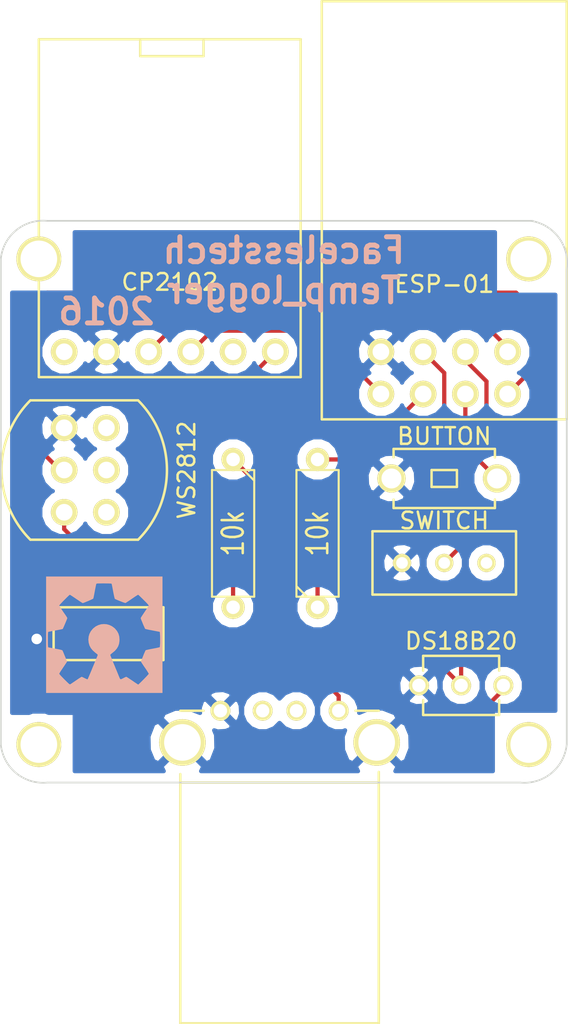
<source format=kicad_pcb>
(kicad_pcb (version 20171130) (host pcbnew "(5.1.12)-1")

  (general
    (thickness 1.6)
    (drawings 12)
    (tracks 87)
    (zones 0)
    (modules 17)
    (nets 10)
  )

  (page A3)
  (layers
    (0 F.Cu signal)
    (31 B.Cu signal)
    (32 B.Adhes user)
    (33 F.Adhes user)
    (34 B.Paste user)
    (35 F.Paste user)
    (36 B.SilkS user)
    (37 F.SilkS user)
    (38 B.Mask user)
    (39 F.Mask user)
    (40 Dwgs.User user)
    (41 Cmts.User user)
    (42 Eco1.User user)
    (43 Eco2.User user)
    (44 Edge.Cuts user)
  )

  (setup
    (last_trace_width 0.254)
    (trace_clearance 0.254)
    (zone_clearance 0.508)
    (zone_45_only no)
    (trace_min 0.254)
    (via_size 0.889)
    (via_drill 0.635)
    (via_min_size 0.889)
    (via_min_drill 0.508)
    (uvia_size 0.508)
    (uvia_drill 0.127)
    (uvias_allowed no)
    (uvia_min_size 0.508)
    (uvia_min_drill 0.127)
    (edge_width 0.1)
    (segment_width 0.2)
    (pcb_text_width 0.3)
    (pcb_text_size 1.5 1.5)
    (mod_edge_width 0.15)
    (mod_text_size 1 1)
    (mod_text_width 0.15)
    (pad_size 2.7 2.7)
    (pad_drill 2.2)
    (pad_to_mask_clearance 0)
    (aux_axis_origin 0 0)
    (visible_elements 7FFFFFFF)
    (pcbplotparams
      (layerselection 0x00030_ffffffff)
      (usegerberextensions true)
      (usegerberattributes true)
      (usegerberadvancedattributes true)
      (creategerberjobfile true)
      (excludeedgelayer true)
      (linewidth 0.150000)
      (plotframeref false)
      (viasonmask false)
      (mode 1)
      (useauxorigin false)
      (hpglpennumber 1)
      (hpglpenspeed 20)
      (hpglpendiameter 15.000000)
      (psnegative false)
      (psa4output false)
      (plotreference true)
      (plotvalue true)
      (plotinvisibletext false)
      (padsonsilk false)
      (subtractmaskfromsilk false)
      (outputformat 1)
      (mirror false)
      (drillshape 0)
      (scaleselection 1)
      (outputdirectory "gerbers/"))
  )

  (net 0 "")
  (net 1 N-000001)
  (net 2 N-0000011)
  (net 3 N-0000012)
  (net 4 N-000002)
  (net 5 N-000003)
  (net 6 N-000004)
  (net 7 N-000005)
  (net 8 N-000006)
  (net 9 N-000009)

  (net_class Default "This is the default net class."
    (clearance 0.254)
    (trace_width 0.254)
    (via_dia 0.889)
    (via_drill 0.635)
    (uvia_dia 0.508)
    (uvia_drill 0.127)
    (add_net N-000001)
    (add_net N-0000011)
    (add_net N-0000012)
    (add_net N-000002)
    (add_net N-000003)
    (add_net N-000004)
    (add_net N-000005)
    (add_net N-000006)
    (add_net N-000009)
  )

  (module esp-01_custom (layer F.Cu) (tedit 56B24D92) (tstamp 56A7D78B)
    (at 207.01 153.67 180)
    (path /56A68305)
    (fp_text reference U2 (at 0 -5.588 180) (layer F.SilkS) hide
      (effects (font (size 1 1) (thickness 0.15)))
    )
    (fp_text value ESP-01 (at 0 5.334 180) (layer F.SilkS)
      (effects (font (size 1 1) (thickness 0.15)))
    )
    (fp_line (start -7.366 -2.794) (end 7.366 -2.794) (layer F.SilkS) (width 0.15))
    (fp_line (start 7.366 22.352) (end 7.366 -2.794) (layer F.SilkS) (width 0.15))
    (fp_line (start -7.366 22.352) (end 7.366 22.352) (layer F.SilkS) (width 0.15))
    (fp_line (start -7.366 -2.794) (end -7.366 22.352) (layer F.SilkS) (width 0.15))
    (pad 6 thru_hole circle (at -1.27 -1.27 180) (size 1.6 1.6) (drill 1) (layers *.Cu *.Mask F.SilkS)
      (net 1 N-000001))
    (pad 5 thru_hole circle (at -1.27 1.27 180) (size 1.6 1.6) (drill 1) (layers *.Cu *.Mask F.SilkS)
      (net 5 N-000003))
    (pad 3 thru_hole circle (at 1.27 1.27 180) (size 1.6 1.6) (drill 1) (layers *.Cu *.Mask F.SilkS)
      (net 6 N-000004))
    (pad 4 thru_hole circle (at 1.27 -1.27 180) (size 1.6 1.6) (drill 1) (layers *.Cu *.Mask F.SilkS)
      (net 8 N-000006))
    (pad 2 thru_hole circle (at 3.81 -1.27 180) (size 1.6 1.6) (drill 1) (layers *.Cu *.Mask F.SilkS)
      (net 3 N-0000012))
    (pad 1 thru_hole circle (at 3.81 1.27 180) (size 1.6 1.6) (drill 1) (layers *.Cu *.Mask F.SilkS)
      (net 7 N-000005))
    (pad 7 thru_hole circle (at -3.81 1.27 180) (size 1.6 1.6) (drill 1) (layers *.Cu *.Mask F.SilkS)
      (net 9 N-000009))
    (pad 8 thru_hole circle (at -3.81 -1.27 180) (size 1.6 1.6) (drill 1) (layers *.Cu *.Mask F.SilkS)
      (net 2 N-0000011))
  )

  (module R3-5 (layer F.Cu) (tedit 56B24DE7) (tstamp 56A7CCE2)
    (at 199.39 163.322 90)
    (path /56A68489)
    (fp_text reference 10k (at 0 0 90) (layer F.SilkS)
      (effects (font (size 1.27 1.016) (thickness 0.1524)))
    )
    (fp_text value R (at 0 0 90) (layer F.SilkS) hide
      (effects (font (size 1.27 1.016) (thickness 0.1524)))
    )
    (fp_line (start -3.81 -0.635) (end -3.175 -1.27) (layer F.SilkS) (width 0.127))
    (fp_line (start 3.81 0) (end 4.445 0) (layer F.SilkS) (width 0.127))
    (fp_line (start -4.445 0) (end -3.81 0) (layer F.SilkS) (width 0.127))
    (fp_line (start -3.81 -1.27) (end -3.81 -0.635) (layer F.SilkS) (width 0.127))
    (fp_line (start 3.81 -1.27) (end -3.81 -1.27) (layer F.SilkS) (width 0.127))
    (fp_line (start 3.81 1.27) (end 3.81 -1.27) (layer F.SilkS) (width 0.127))
    (fp_line (start -3.81 1.27) (end 3.81 1.27) (layer F.SilkS) (width 0.127))
    (fp_line (start -3.81 -0.635) (end -3.81 1.27) (layer F.SilkS) (width 0.127))
    (pad 1 thru_hole circle (at -4.445 0 90) (size 1.397 1.397) (drill 0.8128) (layers *.Cu *.Mask F.SilkS)
      (net 2 N-0000011))
    (pad 2 thru_hole circle (at 4.445 0 90) (size 1.397 1.397) (drill 0.8128) (layers *.Cu *.Mask F.SilkS)
      (net 8 N-000006))
    (model discret/resistor.wrl
      (at (xyz 0 0 0))
      (scale (xyz 0.35 0.35 0.3))
      (rotate (xyz 0 0 0))
    )
  )

  (module R3-5 (layer F.Cu) (tedit 56B24DE3) (tstamp 56A7CCF0)
    (at 194.31 163.322 270)
    (path /56A68498)
    (fp_text reference 10k (at 0 0 270) (layer F.SilkS)
      (effects (font (size 1.27 1.016) (thickness 0.1524)))
    )
    (fp_text value R (at 0 0 270) (layer F.SilkS) hide
      (effects (font (size 1.27 1.016) (thickness 0.1524)))
    )
    (fp_line (start -3.81 -0.635) (end -3.175 -1.27) (layer F.SilkS) (width 0.127))
    (fp_line (start 3.81 0) (end 4.445 0) (layer F.SilkS) (width 0.127))
    (fp_line (start -4.445 0) (end -3.81 0) (layer F.SilkS) (width 0.127))
    (fp_line (start -3.81 -1.27) (end -3.81 -0.635) (layer F.SilkS) (width 0.127))
    (fp_line (start 3.81 -1.27) (end -3.81 -1.27) (layer F.SilkS) (width 0.127))
    (fp_line (start 3.81 1.27) (end 3.81 -1.27) (layer F.SilkS) (width 0.127))
    (fp_line (start -3.81 1.27) (end 3.81 1.27) (layer F.SilkS) (width 0.127))
    (fp_line (start -3.81 -0.635) (end -3.81 1.27) (layer F.SilkS) (width 0.127))
    (pad 1 thru_hole circle (at -4.445 0 270) (size 1.397 1.397) (drill 0.8128) (layers *.Cu *.Mask F.SilkS)
      (net 6 N-000004))
    (pad 2 thru_hole circle (at 4.445 0 270) (size 1.397 1.397) (drill 0.8128) (layers *.Cu *.Mask F.SilkS)
      (net 2 N-0000011))
    (model discret/resistor.wrl
      (at (xyz 0 0 0))
      (scale (xyz 0.35 0.35 0.3))
      (rotate (xyz 0 0 0))
    )
  )

  (module CP2102_Custom (layer F.Cu) (tedit 56B24DDC) (tstamp 56A7D407)
    (at 190.5 152.4 180)
    (path /56A68443)
    (fp_text reference U1 (at 0 -4.064 180) (layer F.SilkS) hide
      (effects (font (size 1 1) (thickness 0.15)))
    )
    (fp_text value CP2102 (at 0 4.191 180) (layer F.SilkS)
      (effects (font (size 1 1) (thickness 0.15)))
    )
    (fp_line (start -7.874 -1.524) (end 7.874 -1.524) (layer F.SilkS) (width 0.15))
    (fp_line (start 7.874 18.796) (end 7.874 -1.524) (layer F.SilkS) (width 0.15))
    (fp_line (start -7.874 18.796) (end 7.874 18.796) (layer F.SilkS) (width 0.15))
    (fp_line (start -7.874 -1.524) (end -7.874 18.796) (layer F.SilkS) (width 0.15))
    (fp_line (start 1.778 17.78) (end 1.778 18.796) (layer F.SilkS) (width 0.15))
    (fp_line (start -2.032 17.78) (end 1.778 17.78) (layer F.SilkS) (width 0.15))
    (fp_line (start -2.032 18.796) (end -2.032 17.78) (layer F.SilkS) (width 0.15))
    (pad 3 thru_hole circle (at -1.27 0 180) (size 1.6 1.6) (drill 1) (layers *.Cu *.Mask F.SilkS)
      (net 3 N-0000012))
    (pad 4 thru_hole circle (at 1.27 0 180) (size 1.6 1.6) (drill 1) (layers *.Cu *.Mask F.SilkS)
      (net 9 N-000009))
    (pad 5 thru_hole circle (at 3.81 0 180) (size 1.6 1.6) (drill 1) (layers *.Cu *.Mask F.SilkS)
      (net 7 N-000005))
    (pad 6 thru_hole circle (at 6.35 0 180) (size 1.6 1.6) (drill 1) (layers *.Cu *.Mask F.SilkS))
    (pad 2 thru_hole circle (at -3.81 0 180) (size 1.6 1.6) (drill 1) (layers *.Cu *.Mask F.SilkS))
    (pad 1 thru_hole circle (at -6.35 0 180) (size 1.6 1.6) (drill 1) (layers *.Cu *.Mask F.SilkS)
      (net 2 N-0000011))
  )

  (module male_usb_custom (layer F.Cu) (tedit 56B24D82) (tstamp 56A93A22)
    (at 197.104 173.99)
    (path /56A684C0)
    (fp_text reference U6 (at 0 -3.556) (layer F.SilkS) hide
      (effects (font (size 1 1) (thickness 0.15)))
    )
    (fp_text value MALE_USB_CUSTOM (at 0 3.81) (layer F.SilkS) hide
      (effects (font (size 1 1) (thickness 0.15)))
    )
    (fp_line (start -4.572 0) (end -5.969 0) (layer F.SilkS) (width 0.15))
    (fp_line (start 4.572 0) (end 5.969 0) (layer F.SilkS) (width 0.15))
    (fp_line (start -5.969 18.796) (end -5.969 3.81) (layer F.SilkS) (width 0.15))
    (fp_line (start 5.969 18.796) (end -5.969 18.796) (layer F.SilkS) (width 0.15))
    (fp_line (start 5.969 3.683) (end 5.969 18.796) (layer F.SilkS) (width 0.15))
    (fp_line (start -5.969 4.318) (end 5.969 4.318) (layer F.SilkS) (width 0.15))
    (pad 4 thru_hole circle (at -5.842 1.905) (size 2.8 2.8) (drill 2.2) (layers *.Cu *.Mask F.SilkS)
      (net 7 N-000005))
    (pad 4 thru_hole circle (at 5.842 1.905) (size 2.8 2.8) (drill 2.2) (layers *.Cu *.Mask F.SilkS)
      (net 7 N-000005))
    (pad 4 thru_hole circle (at -3.556 0) (size 1.2 1.2) (drill 0.8) (layers *.Cu *.Mask F.SilkS)
      (net 7 N-000005))
    (pad 3 thru_hole circle (at -1.016 0) (size 1.2 1.2) (drill 0.8) (layers *.Cu *.Mask F.SilkS))
    (pad 2 thru_hole circle (at 1.016 0) (size 1.2 1.2) (drill 0.8) (layers *.Cu *.Mask F.SilkS))
    (pad 1 thru_hole circle (at 3.556 0) (size 1.2 1.2) (drill 0.8) (layers *.Cu *.Mask F.SilkS)
      (net 4 N-000002))
  )

  (module ws2812_custom (layer F.Cu) (tedit 56B24D70) (tstamp 56ACD98A)
    (at 185.42 159.512 90)
    (path /56A684A7)
    (fp_text reference U3 (at 5.08 0 180) (layer F.SilkS) hide
      (effects (font (size 1 1) (thickness 0.15)))
    )
    (fp_text value WS2812 (at 0 6.096 90) (layer F.SilkS)
      (effects (font (size 1 1) (thickness 0.15)))
    )
    (fp_line (start -4.191 -3.302) (end -4.191 3.175) (layer F.SilkS) (width 0.15))
    (fp_line (start 4.191 -3.302) (end 4.191 3.175) (layer F.SilkS) (width 0.15))
    (fp_arc (start 0 -1.016) (end 4.191 3.175) (angle 90) (layer F.SilkS) (width 0.15))
    (fp_arc (start 0 0.889) (end -4.191 -3.302) (angle 90) (layer F.SilkS) (width 0.15))
    (pad 3 thru_hole circle (at -2.54 -1.27 90) (size 1.6 1.6) (drill 1) (layers *.Cu *.Mask F.SilkS)
      (net 2 N-0000011))
    (pad 2 thru_hole circle (at 0 -1.27 90) (size 1.6 1.6) (drill 1) (layers *.Cu *.Mask F.SilkS)
      (net 5 N-000003))
    (pad 1 thru_hole circle (at 2.54 -1.27 90) (size 1.6 1.6) (drill 1) (layers *.Cu *.Mask F.SilkS)
      (net 7 N-000005))
    (pad 6 thru_hole circle (at -2.54 1.27 90) (size 1.6 1.6) (drill 1) (layers *.Cu *.Mask F.SilkS))
    (pad 5 thru_hole circle (at 0 1.27 90) (size 1.6 1.6) (drill 1) (layers *.Cu *.Mask F.SilkS))
    (pad 4 thru_hole circle (at 2.54 1.27 90) (size 1.6 1.6) (drill 1) (layers *.Cu *.Mask F.SilkS))
  )

  (module switch_small_custom (layer F.Cu) (tedit 56B24DAF) (tstamp 56ACE785)
    (at 207.01 165.1)
    (path /56A68470)
    (fp_text reference SW1 (at 0 -4.064) (layer F.SilkS) hide
      (effects (font (size 1 1) (thickness 0.15)))
    )
    (fp_text value SWITCH (at 0 -2.54) (layer F.SilkS)
      (effects (font (size 1 1) (thickness 0.15)))
    )
    (fp_line (start -4.318 1.905) (end -4.318 -1.905) (layer F.SilkS) (width 0.15))
    (fp_line (start 4.318 1.905) (end -4.318 1.905) (layer F.SilkS) (width 0.15))
    (fp_line (start 4.318 -1.905) (end 4.318 1.905) (layer F.SilkS) (width 0.15))
    (fp_line (start -4.318 -1.905) (end 4.318 -1.905) (layer F.SilkS) (width 0.15))
    (pad 2 thru_hole circle (at 0 0) (size 1.1 1.1) (drill 0.7) (layers *.Cu *.Mask F.SilkS)
      (net 5 N-000003))
    (pad 1 thru_hole circle (at -2.54 0) (size 1.1 1.1) (drill 0.7) (layers *.Cu *.Mask F.SilkS)
      (net 7 N-000005))
    (pad 3 thru_hole circle (at 2.54 0) (size 1.1 1.1) (drill 0.7) (layers *.Cu *.Mask F.SilkS))
  )

  (module button_single_custom (layer F.Cu) (tedit 56B24DC8) (tstamp 56AD0313)
    (at 207.01 160.02 180)
    (path /56A68461)
    (fp_text reference SW2 (at 0 -4.064 180) (layer F.SilkS) hide
      (effects (font (size 1 1) (thickness 0.15)))
    )
    (fp_text value BUTTON (at 0 2.54 180) (layer F.SilkS)
      (effects (font (size 1 1) (thickness 0.15)))
    )
    (fp_line (start 3.048 -1.778) (end 3.048 -1.27) (layer F.SilkS) (width 0.15))
    (fp_line (start -3.048 -1.778) (end 3.048 -1.778) (layer F.SilkS) (width 0.15))
    (fp_line (start -3.048 -1.778) (end -3.048 -1.27) (layer F.SilkS) (width 0.15))
    (fp_line (start -3.048 1.27) (end -3.048 1.778) (layer F.SilkS) (width 0.15))
    (fp_line (start 3.048 1.778) (end 3.048 1.27) (layer F.SilkS) (width 0.15))
    (fp_line (start -3.048 1.778) (end 3.048 1.778) (layer F.SilkS) (width 0.15))
    (fp_line (start 0.762 -0.508) (end -0.762 -0.508) (layer F.SilkS) (width 0.15))
    (fp_line (start 0.762 0.508) (end 0.762 -0.508) (layer F.SilkS) (width 0.15))
    (fp_line (start -0.762 0.508) (end 0.762 0.508) (layer F.SilkS) (width 0.15))
    (fp_line (start -0.762 -0.508) (end -0.762 0.508) (layer F.SilkS) (width 0.15))
    (pad 1 thru_hole circle (at -3.175 0 180) (size 1.7 1.7) (drill 1.2) (layers *.Cu *.Mask F.SilkS)
      (net 1 N-000001))
    (pad 2 thru_hole circle (at 3.175 0 180) (size 1.7 1.7) (drill 1.2) (layers *.Cu *.Mask F.SilkS)
      (net 7 N-000005))
  )

  (module ds18b20_custom (layer F.Cu) (tedit 56B24DB6) (tstamp 56AD05EB)
    (at 208.026 172.466)
    (path /56A6898A)
    (fp_text reference U4 (at 0 -2.921) (layer F.SilkS) hide
      (effects (font (size 1 1) (thickness 0.15)))
    )
    (fp_text value DS18B20 (at 0 -2.667) (layer F.SilkS)
      (effects (font (size 1 1) (thickness 0.15)))
    )
    (fp_line (start 2.286 -1.778) (end -2.286 -1.778) (layer F.SilkS) (width 0.15))
    (fp_line (start -2.286 1.778) (end 2.286 1.778) (layer F.SilkS) (width 0.15))
    (fp_line (start 2.286 -1.778) (end 2.286 -0.889) (layer F.SilkS) (width 0.15))
    (fp_line (start 2.286 1.778) (end 2.286 0.889) (layer F.SilkS) (width 0.15))
    (fp_line (start -2.286 -1.778) (end -2.286 -0.889) (layer F.SilkS) (width 0.15))
    (fp_line (start -2.286 1.778) (end -2.286 0.889) (layer F.SilkS) (width 0.15))
    (pad 2 thru_hole circle (at 0 0) (size 1.2 1.2) (drill 0.8) (layers *.Cu *.Mask F.SilkS)
      (net 6 N-000004))
    (pad 1 thru_hole circle (at -2.54 0) (size 1.2 1.2) (drill 0.8) (layers *.Cu *.Mask F.SilkS)
      (net 7 N-000005))
    (pad 3 thru_hole circle (at 2.54 0) (size 1.2 1.2) (drill 0.8) (layers *.Cu *.Mask F.SilkS)
      (net 2 N-0000011))
  )

  (module AMS1117_custom (layer F.Cu) (tedit 56B24D7B) (tstamp 56AD09ED)
    (at 186.817 172.593)
    (path /56A687AE)
    (fp_text reference U5 (at 0 -9.779) (layer F.SilkS) hide
      (effects (font (size 1 1) (thickness 0.15)))
    )
    (fp_text value 3.3_VOLTAGE_REG (at 0 3.81) (layer F.SilkS) hide
      (effects (font (size 1 1) (thickness 0.15)))
    )
    (fp_line (start -3.302 -1.651) (end -3.302 -4.826) (layer F.SilkS) (width 0.15))
    (fp_line (start 3.302 -1.651) (end -3.302 -1.651) (layer F.SilkS) (width 0.15))
    (fp_line (start 3.302 -4.826) (end 3.302 -1.651) (layer F.SilkS) (width 0.15))
    (fp_line (start -3.302 -4.826) (end 3.302 -4.826) (layer F.SilkS) (width 0.15))
    (pad 1 smd rect (at -2.286 0) (size 1.2 1.2) (layers F.Cu F.Paste F.Mask)
      (net 7 N-000005))
    (pad 2 smd rect (at 0 0) (size 1.2 1.2) (layers F.Cu F.Paste F.Mask)
      (net 2 N-0000011))
    (pad 3 smd rect (at 2.286 0) (size 1.2 1.2) (layers F.Cu F.Paste F.Mask)
      (net 4 N-000002))
    (pad 0 smd rect (at 0.127 -6.223) (size 3 1.2) (layers F.Cu F.Paste F.Mask))
  )

  (module M2_1pin_custom (layer F.Cu) (tedit 56B24DD3) (tstamp 56B07AEC)
    (at 212.09 146.812)
    (fp_text reference M2_1pin_custom (at 0 2.413) (layer F.SilkS) hide
      (effects (font (size 1 1) (thickness 0.15)))
    )
    (fp_text value VAL** (at 0 -2.794) (layer F.SilkS) hide
      (effects (font (size 1 1) (thickness 0.15)))
    )
    (pad 1 thru_hole circle (at 0 0) (size 2.7 2.7) (drill 2.2) (layers *.Cu *.Mask F.SilkS))
  )

  (module M2_1pin_custom (layer F.Cu) (tedit 56B24D78) (tstamp 56B07B0B)
    (at 182.626 176.022)
    (fp_text reference M2_1pin_custom (at 0 2.413) (layer F.SilkS) hide
      (effects (font (size 1 1) (thickness 0.15)))
    )
    (fp_text value VAL** (at 0 -2.794) (layer F.SilkS) hide
      (effects (font (size 1 1) (thickness 0.15)))
    )
    (pad 1 thru_hole circle (at 0 0) (size 2.7 2.7) (drill 2.2) (layers *.Cu *.Mask F.SilkS))
  )

  (module M2_1pin_custom (layer F.Cu) (tedit 56B24D5B) (tstamp 56B07B14)
    (at 182.626 146.812)
    (fp_text reference M2_1pin_custom (at 0 2.413) (layer F.SilkS) hide
      (effects (font (size 1 1) (thickness 0.15)))
    )
    (fp_text value VAL** (at 0 -2.794) (layer F.SilkS) hide
      (effects (font (size 1 1) (thickness 0.15)))
    )
    (pad 1 thru_hole circle (at 0 0) (size 2.7 2.7) (drill 2.2) (layers *.Cu *.Mask F.SilkS))
  )

  (module M2_1pin_custom (layer F.Cu) (tedit 56B24D8D) (tstamp 56B07B1D)
    (at 212.09 176.022)
    (fp_text reference M2_1pin_custom (at 0 2.413) (layer F.SilkS) hide
      (effects (font (size 1 1) (thickness 0.15)))
    )
    (fp_text value VAL** (at 0 -2.794) (layer F.SilkS) hide
      (effects (font (size 1 1) (thickness 0.15)))
    )
    (pad 1 thru_hole circle (at 0 0) (size 2.7 2.7) (drill 2.2) (layers *.Cu *.Mask F.SilkS))
  )

  (module OSH_final (layer F.Cu) (tedit 0) (tstamp 56B3087C)
    (at 186.69 169.418)
    (fp_text reference VAL (at 0 0) (layer F.SilkS) hide
      (effects (font (size 1.143 1.143) (thickness 0.1778)))
    )
    (fp_text value OSH_final (at 0 0) (layer F.SilkS) hide
      (effects (font (size 1.143 1.143) (thickness 0.1778)))
    )
    (fp_poly (pts (xy -3.50012 3.50012) (xy -3.3909 3.50012) (xy -3.3909 0.4318) (xy -3.3909 0.29464)
      (xy -3.3909 0.14986) (xy -3.3909 0.0381) (xy -3.38836 -0.04572) (xy -3.38582 -0.10414)
      (xy -3.38074 -0.14224) (xy -3.37566 -0.1651) (xy -3.36804 -0.17272) (xy -3.34264 -0.1778)
      (xy -3.2893 -0.1905) (xy -3.21056 -0.20574) (xy -3.1115 -0.22606) (xy -2.99974 -0.24638)
      (xy -2.92608 -0.25908) (xy -2.80924 -0.28194) (xy -2.70256 -0.30226) (xy -2.61366 -0.32004)
      (xy -2.54762 -0.33528) (xy -2.50952 -0.3429) (xy -2.49936 -0.34798) (xy -2.4892 -0.3683)
      (xy -2.46634 -0.41656) (xy -2.43586 -0.48514) (xy -2.4003 -0.56642) (xy -2.3622 -0.65532)
      (xy -2.3241 -0.74676) (xy -2.28854 -0.83312) (xy -2.25806 -0.90678) (xy -2.23774 -0.96266)
      (xy -2.22504 -0.99568) (xy -2.22504 -0.99822) (xy -2.2352 -1.02362) (xy -2.2606 -1.07188)
      (xy -2.30124 -1.13284) (xy -2.33934 -1.19126) (xy -2.4511 -1.34874) (xy -2.54 -1.48082)
      (xy -2.60858 -1.58496) (xy -2.65938 -1.6637) (xy -2.6924 -1.71958) (xy -2.70764 -1.7526)
      (xy -2.71018 -1.75768) (xy -2.69748 -1.778) (xy -2.66446 -1.81864) (xy -2.61366 -1.87452)
      (xy -2.54762 -1.9431) (xy -2.4765 -2.0193) (xy -2.39776 -2.09804) (xy -2.31902 -2.17678)
      (xy -2.24536 -2.25044) (xy -2.17932 -2.31394) (xy -2.12598 -2.36474) (xy -2.08788 -2.39522)
      (xy -2.07264 -2.40538) (xy -2.05232 -2.39522) (xy -2.0066 -2.36728) (xy -1.94056 -2.32664)
      (xy -1.85928 -2.27076) (xy -1.76276 -2.20726) (xy -1.68656 -2.15392) (xy -1.58242 -2.08534)
      (xy -1.49098 -2.02184) (xy -1.41224 -1.97104) (xy -1.35128 -1.93294) (xy -1.31064 -1.91008)
      (xy -1.29794 -1.90246) (xy -1.27254 -1.91008) (xy -1.2192 -1.92786) (xy -1.14808 -1.9558)
      (xy -1.06426 -1.99136) (xy -0.97282 -2.02692) (xy -0.88392 -2.06756) (xy -0.80264 -2.10312)
      (xy -0.73406 -2.13614) (xy -0.6858 -2.159) (xy -0.66294 -2.17424) (xy -0.65532 -2.19964)
      (xy -0.64262 -2.25298) (xy -0.62738 -2.33172) (xy -0.60706 -2.43078) (xy -0.58674 -2.54254)
      (xy -0.57404 -2.6035) (xy -0.55372 -2.72034) (xy -0.53086 -2.82956) (xy -0.51308 -2.921)
      (xy -0.49784 -2.99212) (xy -0.48768 -3.03784) (xy -0.48514 -3.048) (xy -0.47752 -3.0607)
      (xy -0.4699 -3.06832) (xy -0.45212 -3.07594) (xy -0.42418 -3.08102) (xy -0.381 -3.08356)
      (xy -0.3175 -3.0861) (xy -0.2286 -3.0861) (xy -0.11176 -3.08864) (xy -0.02032 -3.08864)
      (xy 0.10922 -3.0861) (xy 0.22352 -3.0861) (xy 0.3175 -3.08102) (xy 0.38862 -3.07848)
      (xy 0.42926 -3.0734) (xy 0.43942 -3.07086) (xy 0.4445 -3.05054) (xy 0.4572 -2.9972)
      (xy 0.47244 -2.921) (xy 0.49276 -2.82194) (xy 0.51308 -2.71018) (xy 0.53086 -2.6162)
      (xy 0.55372 -2.49682) (xy 0.57658 -2.38506) (xy 0.5969 -2.29108) (xy 0.61468 -2.21996)
      (xy 0.62738 -2.17424) (xy 0.635 -2.16154) (xy 0.6604 -2.14376) (xy 0.7112 -2.1209)
      (xy 0.78232 -2.09042) (xy 0.86614 -2.05486) (xy 0.95758 -2.0193) (xy 1.04648 -1.98374)
      (xy 1.1303 -1.95072) (xy 1.20142 -1.92786) (xy 1.25222 -1.91262) (xy 1.27508 -1.90754)
      (xy 1.2954 -1.92024) (xy 1.34366 -1.95072) (xy 1.4097 -1.9939) (xy 1.49352 -2.04978)
      (xy 1.59004 -2.11328) (xy 1.65608 -2.16154) (xy 1.75768 -2.23012) (xy 1.84658 -2.29108)
      (xy 1.92532 -2.34188) (xy 1.98628 -2.37998) (xy 2.02184 -2.4003) (xy 2.032 -2.40538)
      (xy 2.05232 -2.39268) (xy 2.09296 -2.35966) (xy 2.14884 -2.30632) (xy 2.21996 -2.23774)
      (xy 2.30378 -2.15646) (xy 2.36728 -2.09296) (xy 2.47142 -1.98882) (xy 2.5527 -1.905)
      (xy 2.61112 -1.8415) (xy 2.64668 -1.79578) (xy 2.667 -1.7653) (xy 2.66954 -1.74752)
      (xy 2.65684 -1.72466) (xy 2.6289 -1.6764) (xy 2.58318 -1.60528) (xy 2.5273 -1.52146)
      (xy 2.4638 -1.42748) (xy 2.4257 -1.3716) (xy 2.35966 -1.27254) (xy 2.2987 -1.1811)
      (xy 2.2479 -1.10236) (xy 2.21234 -1.04394) (xy 2.19202 -1.00584) (xy 2.18948 -0.99568)
      (xy 2.1971 -0.97028) (xy 2.21488 -0.91948) (xy 2.24282 -0.84836) (xy 2.27838 -0.76454)
      (xy 2.31394 -0.6731) (xy 2.35204 -0.58166) (xy 2.39014 -0.50038) (xy 2.42062 -0.42926)
      (xy 2.44602 -0.37846) (xy 2.45872 -0.35306) (xy 2.48158 -0.34544) (xy 2.53238 -0.33274)
      (xy 2.60858 -0.31496) (xy 2.7051 -0.29464) (xy 2.81686 -0.27432) (xy 2.89052 -0.25908)
      (xy 3.0099 -0.23622) (xy 3.11658 -0.2159) (xy 3.20802 -0.19812) (xy 3.27914 -0.18542)
      (xy 3.32232 -0.17526) (xy 3.33248 -0.17272) (xy 3.3401 -0.1524) (xy 3.34772 -0.1016)
      (xy 3.35026 -0.02794) (xy 3.35534 0.0635) (xy 3.35788 0.17018) (xy 3.35788 0.2794)
      (xy 3.35788 0.39116) (xy 3.35788 0.49784) (xy 3.3528 0.59182) (xy 3.34772 0.67056)
      (xy 3.34264 0.7239) (xy 3.33502 0.7493) (xy 3.30962 0.75692) (xy 3.25628 0.76962)
      (xy 3.18008 0.7874) (xy 3.08102 0.80772) (xy 2.96926 0.82804) (xy 2.9083 0.84074)
      (xy 2.794 0.86106) (xy 2.68732 0.88392) (xy 2.59842 0.90424) (xy 2.53238 0.91948)
      (xy 2.49174 0.93218) (xy 2.48412 0.93726) (xy 2.47142 0.96012) (xy 2.44856 1.01092)
      (xy 2.41808 1.08204) (xy 2.37998 1.16586) (xy 2.34442 1.25984) (xy 2.30632 1.35382)
      (xy 2.27076 1.44272) (xy 2.24028 1.51892) (xy 2.21996 1.57988) (xy 2.2098 1.61544)
      (xy 2.20726 1.62052) (xy 2.21742 1.64084) (xy 2.24536 1.68656) (xy 2.28854 1.7526)
      (xy 2.34188 1.83388) (xy 2.40538 1.92786) (xy 2.44094 1.97866) (xy 2.50952 2.07772)
      (xy 2.56794 2.16662) (xy 2.6162 2.24536) (xy 2.65176 2.30378) (xy 2.67208 2.33934)
      (xy 2.67462 2.3495) (xy 2.66192 2.36728) (xy 2.6289 2.40792) (xy 2.5781 2.4638)
      (xy 2.5146 2.53238) (xy 2.44094 2.60858) (xy 2.36474 2.68732) (xy 2.286 2.76606)
      (xy 2.21234 2.83972) (xy 2.1463 2.90322) (xy 2.09296 2.95402) (xy 2.0574 2.98704)
      (xy 2.03962 2.9972) (xy 2.02184 2.98704) (xy 1.97866 2.96164) (xy 1.91516 2.91846)
      (xy 1.83388 2.86512) (xy 1.74244 2.80162) (xy 1.68656 2.76352) (xy 1.5875 2.69748)
      (xy 1.4986 2.63906) (xy 1.4224 2.58826) (xy 1.36398 2.5527) (xy 1.32842 2.53238)
      (xy 1.3208 2.52984) (xy 1.2954 2.53746) (xy 1.24714 2.56032) (xy 1.18364 2.5908)
      (xy 1.14046 2.61366) (xy 1.06426 2.65176) (xy 1.01346 2.67462) (xy 0.97536 2.67462)
      (xy 0.94742 2.65176) (xy 0.92202 2.6035) (xy 0.889 2.52222) (xy 0.88392 2.51206)
      (xy 0.8636 2.4638) (xy 0.83312 2.38506) (xy 0.79248 2.286) (xy 0.74422 2.16662)
      (xy 0.68834 2.03708) (xy 0.63246 1.89738) (xy 0.59436 1.80848) (xy 0.53848 1.67386)
      (xy 0.48768 1.54686) (xy 0.4445 1.43764) (xy 0.4064 1.34366) (xy 0.37846 1.27254)
      (xy 0.36322 1.22682) (xy 0.35814 1.21412) (xy 0.37338 1.19126) (xy 0.40894 1.1557)
      (xy 0.46228 1.11252) (xy 0.48514 1.09474) (xy 0.635 0.97028) (xy 0.7493 0.8382)
      (xy 0.83312 0.6985) (xy 0.88646 0.5461) (xy 0.91186 0.37592) (xy 0.9144 0.28448)
      (xy 0.89916 0.1016) (xy 0.8509 -0.06604) (xy 0.76708 -0.22098) (xy 0.65278 -0.36068)
      (xy 0.6096 -0.40132) (xy 0.46482 -0.508) (xy 0.30734 -0.5842) (xy 0.14224 -0.62992)
      (xy -0.0254 -0.64262) (xy -0.19558 -0.62738) (xy -0.35814 -0.57912) (xy -0.51308 -0.50292)
      (xy -0.65278 -0.3937) (xy -0.70104 -0.34798) (xy -0.81534 -0.2032) (xy -0.89408 -0.0508)
      (xy -0.94234 0.1143) (xy -0.95758 0.29464) (xy -0.95758 0.29718) (xy -0.9398 0.47752)
      (xy -0.89154 0.6477) (xy -0.81026 0.80264) (xy -0.69342 0.94488) (xy -0.5461 1.07696)
      (xy -0.50546 1.10744) (xy -0.45212 1.14808) (xy -0.41402 1.18364) (xy -0.39624 1.20904)
      (xy -0.3937 1.21158) (xy -0.40132 1.23698) (xy -0.4191 1.28778) (xy -0.44704 1.35636)
      (xy -0.48006 1.43764) (xy -0.4826 1.4478) (xy -0.51308 1.52146) (xy -0.55626 1.62052)
      (xy -0.60452 1.7399) (xy -0.6604 1.87198) (xy -0.71882 2.01168) (xy -0.7747 2.15138)
      (xy -0.77978 2.16154) (xy -0.83312 2.28854) (xy -0.88138 2.40284) (xy -0.92456 2.50444)
      (xy -0.96012 2.58572) (xy -0.98552 2.64414) (xy -1.00076 2.67716) (xy -1.0033 2.6797)
      (xy -1.02616 2.6797) (xy -1.07188 2.66192) (xy -1.13792 2.63398) (xy -1.17856 2.61366)
      (xy -1.24968 2.5781) (xy -1.3081 2.55016) (xy -1.34874 2.53238) (xy -1.36144 2.52984)
      (xy -1.38176 2.54) (xy -1.42748 2.56794) (xy -1.49352 2.60858) (xy -1.5748 2.66192)
      (xy -1.66624 2.72542) (xy -1.69418 2.7432) (xy -1.78816 2.80924) (xy -1.87706 2.86766)
      (xy -1.95072 2.91846) (xy -2.0066 2.95402) (xy -2.03962 2.97688) (xy -2.0447 2.97942)
      (xy -2.05994 2.9845) (xy -2.07518 2.98196) (xy -2.0955 2.9718) (xy -2.12598 2.95148)
      (xy -2.16662 2.91338) (xy -2.22504 2.86004) (xy -2.2987 2.78638) (xy -2.39776 2.68986)
      (xy -2.4892 2.59588) (xy -2.57048 2.51206) (xy -2.63398 2.44348) (xy -2.68224 2.3876)
      (xy -2.7051 2.35458) (xy -2.71018 2.34696) (xy -2.70002 2.32156) (xy -2.67208 2.2733)
      (xy -2.63144 2.20472) (xy -2.57556 2.1209) (xy -2.51206 2.02692) (xy -2.4765 1.97358)
      (xy -2.41046 1.87706) (xy -2.35204 1.78816) (xy -2.30124 1.7145) (xy -2.26568 1.65862)
      (xy -2.24536 1.6256) (xy -2.24282 1.62052) (xy -2.25044 1.59766) (xy -2.26822 1.54686)
      (xy -2.29616 1.47828) (xy -2.32664 1.39446) (xy -2.36474 1.30302) (xy -2.40284 1.21158)
      (xy -2.4384 1.12268) (xy -2.47142 1.04394) (xy -2.49682 0.98552) (xy -2.5146 0.94996)
      (xy -2.51714 0.94488) (xy -2.53238 0.93218) (xy -2.5654 0.92202) (xy -2.6162 0.90678)
      (xy -2.68986 0.889) (xy -2.78638 0.86868) (xy -2.91338 0.84582) (xy -3.07086 0.81534)
      (xy -3.16738 0.79756) (xy -3.24358 0.78486) (xy -3.30708 0.77216) (xy -3.35026 0.762)
      (xy -3.36042 0.75946) (xy -3.37058 0.75438) (xy -3.3782 0.74422) (xy -3.38328 0.71882)
      (xy -3.38582 0.68072) (xy -3.38836 0.6223) (xy -3.3909 0.54102) (xy -3.3909 0.4318)
      (xy -3.3909 3.50012) (xy 0 3.50012) (xy 3.50012 3.50012) (xy 3.50012 0)
      (xy 3.50012 -3.50012) (xy 0 -3.50012) (xy -3.50012 -3.50012) (xy -3.50012 0)
      (xy -3.50012 3.50012)) (layer B.Cu) (width 0.00254))
  )

  (module OSH_final (layer F.Cu) (tedit 0) (tstamp 56B30885)
    (at 187.198 169.037)
    (fp_text reference VAL (at 0 0) (layer F.SilkS) hide
      (effects (font (size 1.143 1.143) (thickness 0.1778)))
    )
    (fp_text value OSH_final (at 0 0) (layer F.SilkS) hide
      (effects (font (size 1.143 1.143) (thickness 0.1778)))
    )
    (fp_poly (pts (xy -3.50012 3.50012) (xy -3.3909 3.50012) (xy -3.3909 0.4318) (xy -3.3909 0.29464)
      (xy -3.3909 0.14986) (xy -3.3909 0.0381) (xy -3.38836 -0.04572) (xy -3.38582 -0.10414)
      (xy -3.38074 -0.14224) (xy -3.37566 -0.1651) (xy -3.36804 -0.17272) (xy -3.34264 -0.1778)
      (xy -3.2893 -0.1905) (xy -3.21056 -0.20574) (xy -3.1115 -0.22606) (xy -2.99974 -0.24638)
      (xy -2.92608 -0.25908) (xy -2.80924 -0.28194) (xy -2.70256 -0.30226) (xy -2.61366 -0.32004)
      (xy -2.54762 -0.33528) (xy -2.50952 -0.3429) (xy -2.49936 -0.34798) (xy -2.4892 -0.3683)
      (xy -2.46634 -0.41656) (xy -2.43586 -0.48514) (xy -2.4003 -0.56642) (xy -2.3622 -0.65532)
      (xy -2.3241 -0.74676) (xy -2.28854 -0.83312) (xy -2.25806 -0.90678) (xy -2.23774 -0.96266)
      (xy -2.22504 -0.99568) (xy -2.22504 -0.99822) (xy -2.2352 -1.02362) (xy -2.2606 -1.07188)
      (xy -2.30124 -1.13284) (xy -2.33934 -1.19126) (xy -2.4511 -1.34874) (xy -2.54 -1.48082)
      (xy -2.60858 -1.58496) (xy -2.65938 -1.6637) (xy -2.6924 -1.71958) (xy -2.70764 -1.7526)
      (xy -2.71018 -1.75768) (xy -2.69748 -1.778) (xy -2.66446 -1.81864) (xy -2.61366 -1.87452)
      (xy -2.54762 -1.9431) (xy -2.4765 -2.0193) (xy -2.39776 -2.09804) (xy -2.31902 -2.17678)
      (xy -2.24536 -2.25044) (xy -2.17932 -2.31394) (xy -2.12598 -2.36474) (xy -2.08788 -2.39522)
      (xy -2.07264 -2.40538) (xy -2.05232 -2.39522) (xy -2.0066 -2.36728) (xy -1.94056 -2.32664)
      (xy -1.85928 -2.27076) (xy -1.76276 -2.20726) (xy -1.68656 -2.15392) (xy -1.58242 -2.08534)
      (xy -1.49098 -2.02184) (xy -1.41224 -1.97104) (xy -1.35128 -1.93294) (xy -1.31064 -1.91008)
      (xy -1.29794 -1.90246) (xy -1.27254 -1.91008) (xy -1.2192 -1.92786) (xy -1.14808 -1.9558)
      (xy -1.06426 -1.99136) (xy -0.97282 -2.02692) (xy -0.88392 -2.06756) (xy -0.80264 -2.10312)
      (xy -0.73406 -2.13614) (xy -0.6858 -2.159) (xy -0.66294 -2.17424) (xy -0.65532 -2.19964)
      (xy -0.64262 -2.25298) (xy -0.62738 -2.33172) (xy -0.60706 -2.43078) (xy -0.58674 -2.54254)
      (xy -0.57404 -2.6035) (xy -0.55372 -2.72034) (xy -0.53086 -2.82956) (xy -0.51308 -2.921)
      (xy -0.49784 -2.99212) (xy -0.48768 -3.03784) (xy -0.48514 -3.048) (xy -0.47752 -3.0607)
      (xy -0.4699 -3.06832) (xy -0.45212 -3.07594) (xy -0.42418 -3.08102) (xy -0.381 -3.08356)
      (xy -0.3175 -3.0861) (xy -0.2286 -3.0861) (xy -0.11176 -3.08864) (xy -0.02032 -3.08864)
      (xy 0.10922 -3.0861) (xy 0.22352 -3.0861) (xy 0.3175 -3.08102) (xy 0.38862 -3.07848)
      (xy 0.42926 -3.0734) (xy 0.43942 -3.07086) (xy 0.4445 -3.05054) (xy 0.4572 -2.9972)
      (xy 0.47244 -2.921) (xy 0.49276 -2.82194) (xy 0.51308 -2.71018) (xy 0.53086 -2.6162)
      (xy 0.55372 -2.49682) (xy 0.57658 -2.38506) (xy 0.5969 -2.29108) (xy 0.61468 -2.21996)
      (xy 0.62738 -2.17424) (xy 0.635 -2.16154) (xy 0.6604 -2.14376) (xy 0.7112 -2.1209)
      (xy 0.78232 -2.09042) (xy 0.86614 -2.05486) (xy 0.95758 -2.0193) (xy 1.04648 -1.98374)
      (xy 1.1303 -1.95072) (xy 1.20142 -1.92786) (xy 1.25222 -1.91262) (xy 1.27508 -1.90754)
      (xy 1.2954 -1.92024) (xy 1.34366 -1.95072) (xy 1.4097 -1.9939) (xy 1.49352 -2.04978)
      (xy 1.59004 -2.11328) (xy 1.65608 -2.16154) (xy 1.75768 -2.23012) (xy 1.84658 -2.29108)
      (xy 1.92532 -2.34188) (xy 1.98628 -2.37998) (xy 2.02184 -2.4003) (xy 2.032 -2.40538)
      (xy 2.05232 -2.39268) (xy 2.09296 -2.35966) (xy 2.14884 -2.30632) (xy 2.21996 -2.23774)
      (xy 2.30378 -2.15646) (xy 2.36728 -2.09296) (xy 2.47142 -1.98882) (xy 2.5527 -1.905)
      (xy 2.61112 -1.8415) (xy 2.64668 -1.79578) (xy 2.667 -1.7653) (xy 2.66954 -1.74752)
      (xy 2.65684 -1.72466) (xy 2.6289 -1.6764) (xy 2.58318 -1.60528) (xy 2.5273 -1.52146)
      (xy 2.4638 -1.42748) (xy 2.4257 -1.3716) (xy 2.35966 -1.27254) (xy 2.2987 -1.1811)
      (xy 2.2479 -1.10236) (xy 2.21234 -1.04394) (xy 2.19202 -1.00584) (xy 2.18948 -0.99568)
      (xy 2.1971 -0.97028) (xy 2.21488 -0.91948) (xy 2.24282 -0.84836) (xy 2.27838 -0.76454)
      (xy 2.31394 -0.6731) (xy 2.35204 -0.58166) (xy 2.39014 -0.50038) (xy 2.42062 -0.42926)
      (xy 2.44602 -0.37846) (xy 2.45872 -0.35306) (xy 2.48158 -0.34544) (xy 2.53238 -0.33274)
      (xy 2.60858 -0.31496) (xy 2.7051 -0.29464) (xy 2.81686 -0.27432) (xy 2.89052 -0.25908)
      (xy 3.0099 -0.23622) (xy 3.11658 -0.2159) (xy 3.20802 -0.19812) (xy 3.27914 -0.18542)
      (xy 3.32232 -0.17526) (xy 3.33248 -0.17272) (xy 3.3401 -0.1524) (xy 3.34772 -0.1016)
      (xy 3.35026 -0.02794) (xy 3.35534 0.0635) (xy 3.35788 0.17018) (xy 3.35788 0.2794)
      (xy 3.35788 0.39116) (xy 3.35788 0.49784) (xy 3.3528 0.59182) (xy 3.34772 0.67056)
      (xy 3.34264 0.7239) (xy 3.33502 0.7493) (xy 3.30962 0.75692) (xy 3.25628 0.76962)
      (xy 3.18008 0.7874) (xy 3.08102 0.80772) (xy 2.96926 0.82804) (xy 2.9083 0.84074)
      (xy 2.794 0.86106) (xy 2.68732 0.88392) (xy 2.59842 0.90424) (xy 2.53238 0.91948)
      (xy 2.49174 0.93218) (xy 2.48412 0.93726) (xy 2.47142 0.96012) (xy 2.44856 1.01092)
      (xy 2.41808 1.08204) (xy 2.37998 1.16586) (xy 2.34442 1.25984) (xy 2.30632 1.35382)
      (xy 2.27076 1.44272) (xy 2.24028 1.51892) (xy 2.21996 1.57988) (xy 2.2098 1.61544)
      (xy 2.20726 1.62052) (xy 2.21742 1.64084) (xy 2.24536 1.68656) (xy 2.28854 1.7526)
      (xy 2.34188 1.83388) (xy 2.40538 1.92786) (xy 2.44094 1.97866) (xy 2.50952 2.07772)
      (xy 2.56794 2.16662) (xy 2.6162 2.24536) (xy 2.65176 2.30378) (xy 2.67208 2.33934)
      (xy 2.67462 2.3495) (xy 2.66192 2.36728) (xy 2.6289 2.40792) (xy 2.5781 2.4638)
      (xy 2.5146 2.53238) (xy 2.44094 2.60858) (xy 2.36474 2.68732) (xy 2.286 2.76606)
      (xy 2.21234 2.83972) (xy 2.1463 2.90322) (xy 2.09296 2.95402) (xy 2.0574 2.98704)
      (xy 2.03962 2.9972) (xy 2.02184 2.98704) (xy 1.97866 2.96164) (xy 1.91516 2.91846)
      (xy 1.83388 2.86512) (xy 1.74244 2.80162) (xy 1.68656 2.76352) (xy 1.5875 2.69748)
      (xy 1.4986 2.63906) (xy 1.4224 2.58826) (xy 1.36398 2.5527) (xy 1.32842 2.53238)
      (xy 1.3208 2.52984) (xy 1.2954 2.53746) (xy 1.24714 2.56032) (xy 1.18364 2.5908)
      (xy 1.14046 2.61366) (xy 1.06426 2.65176) (xy 1.01346 2.67462) (xy 0.97536 2.67462)
      (xy 0.94742 2.65176) (xy 0.92202 2.6035) (xy 0.889 2.52222) (xy 0.88392 2.51206)
      (xy 0.8636 2.4638) (xy 0.83312 2.38506) (xy 0.79248 2.286) (xy 0.74422 2.16662)
      (xy 0.68834 2.03708) (xy 0.63246 1.89738) (xy 0.59436 1.80848) (xy 0.53848 1.67386)
      (xy 0.48768 1.54686) (xy 0.4445 1.43764) (xy 0.4064 1.34366) (xy 0.37846 1.27254)
      (xy 0.36322 1.22682) (xy 0.35814 1.21412) (xy 0.37338 1.19126) (xy 0.40894 1.1557)
      (xy 0.46228 1.11252) (xy 0.48514 1.09474) (xy 0.635 0.97028) (xy 0.7493 0.8382)
      (xy 0.83312 0.6985) (xy 0.88646 0.5461) (xy 0.91186 0.37592) (xy 0.9144 0.28448)
      (xy 0.89916 0.1016) (xy 0.8509 -0.06604) (xy 0.76708 -0.22098) (xy 0.65278 -0.36068)
      (xy 0.6096 -0.40132) (xy 0.46482 -0.508) (xy 0.30734 -0.5842) (xy 0.14224 -0.62992)
      (xy -0.0254 -0.64262) (xy -0.19558 -0.62738) (xy -0.35814 -0.57912) (xy -0.51308 -0.50292)
      (xy -0.65278 -0.3937) (xy -0.70104 -0.34798) (xy -0.81534 -0.2032) (xy -0.89408 -0.0508)
      (xy -0.94234 0.1143) (xy -0.95758 0.29464) (xy -0.95758 0.29718) (xy -0.9398 0.47752)
      (xy -0.89154 0.6477) (xy -0.81026 0.80264) (xy -0.69342 0.94488) (xy -0.5461 1.07696)
      (xy -0.50546 1.10744) (xy -0.45212 1.14808) (xy -0.41402 1.18364) (xy -0.39624 1.20904)
      (xy -0.3937 1.21158) (xy -0.40132 1.23698) (xy -0.4191 1.28778) (xy -0.44704 1.35636)
      (xy -0.48006 1.43764) (xy -0.4826 1.4478) (xy -0.51308 1.52146) (xy -0.55626 1.62052)
      (xy -0.60452 1.7399) (xy -0.6604 1.87198) (xy -0.71882 2.01168) (xy -0.7747 2.15138)
      (xy -0.77978 2.16154) (xy -0.83312 2.28854) (xy -0.88138 2.40284) (xy -0.92456 2.50444)
      (xy -0.96012 2.58572) (xy -0.98552 2.64414) (xy -1.00076 2.67716) (xy -1.0033 2.6797)
      (xy -1.02616 2.6797) (xy -1.07188 2.66192) (xy -1.13792 2.63398) (xy -1.17856 2.61366)
      (xy -1.24968 2.5781) (xy -1.3081 2.55016) (xy -1.34874 2.53238) (xy -1.36144 2.52984)
      (xy -1.38176 2.54) (xy -1.42748 2.56794) (xy -1.49352 2.60858) (xy -1.5748 2.66192)
      (xy -1.66624 2.72542) (xy -1.69418 2.7432) (xy -1.78816 2.80924) (xy -1.87706 2.86766)
      (xy -1.95072 2.91846) (xy -2.0066 2.95402) (xy -2.03962 2.97688) (xy -2.0447 2.97942)
      (xy -2.05994 2.9845) (xy -2.07518 2.98196) (xy -2.0955 2.9718) (xy -2.12598 2.95148)
      (xy -2.16662 2.91338) (xy -2.22504 2.86004) (xy -2.2987 2.78638) (xy -2.39776 2.68986)
      (xy -2.4892 2.59588) (xy -2.57048 2.51206) (xy -2.63398 2.44348) (xy -2.68224 2.3876)
      (xy -2.7051 2.35458) (xy -2.71018 2.34696) (xy -2.70002 2.32156) (xy -2.67208 2.2733)
      (xy -2.63144 2.20472) (xy -2.57556 2.1209) (xy -2.51206 2.02692) (xy -2.4765 1.97358)
      (xy -2.41046 1.87706) (xy -2.35204 1.78816) (xy -2.30124 1.7145) (xy -2.26568 1.65862)
      (xy -2.24536 1.6256) (xy -2.24282 1.62052) (xy -2.25044 1.59766) (xy -2.26822 1.54686)
      (xy -2.29616 1.47828) (xy -2.32664 1.39446) (xy -2.36474 1.30302) (xy -2.40284 1.21158)
      (xy -2.4384 1.12268) (xy -2.47142 1.04394) (xy -2.49682 0.98552) (xy -2.5146 0.94996)
      (xy -2.51714 0.94488) (xy -2.53238 0.93218) (xy -2.5654 0.92202) (xy -2.6162 0.90678)
      (xy -2.68986 0.889) (xy -2.78638 0.86868) (xy -2.91338 0.84582) (xy -3.07086 0.81534)
      (xy -3.16738 0.79756) (xy -3.24358 0.78486) (xy -3.30708 0.77216) (xy -3.35026 0.762)
      (xy -3.36042 0.75946) (xy -3.37058 0.75438) (xy -3.3782 0.74422) (xy -3.38328 0.71882)
      (xy -3.38582 0.68072) (xy -3.38836 0.6223) (xy -3.3909 0.54102) (xy -3.3909 0.4318)
      (xy -3.3909 3.50012) (xy 0 3.50012) (xy 3.50012 3.50012) (xy 3.50012 0)
      (xy 3.50012 -3.50012) (xy 0 -3.50012) (xy -3.50012 -3.50012) (xy -3.50012 0)
      (xy -3.50012 3.50012)) (layer B.Cu) (width 0.00254))
  )

  (module OSH_final_silks_back (layer F.Cu) (tedit 0) (tstamp 56B36546)
    (at 186.563 169.418)
    (fp_text reference VAL (at 0 0) (layer F.SilkS) hide
      (effects (font (size 1.143 1.143) (thickness 0.1778)))
    )
    (fp_text value OSH_final_silks_back (at 0 0) (layer F.SilkS) hide
      (effects (font (size 1.143 1.143) (thickness 0.1778)))
    )
    (fp_poly (pts (xy -3.50012 3.50012) (xy -3.3909 3.50012) (xy -3.3909 0.4318) (xy -3.3909 0.29464)
      (xy -3.3909 0.14986) (xy -3.3909 0.0381) (xy -3.38836 -0.04572) (xy -3.38582 -0.10414)
      (xy -3.38074 -0.14224) (xy -3.37566 -0.1651) (xy -3.36804 -0.17272) (xy -3.34264 -0.1778)
      (xy -3.2893 -0.1905) (xy -3.21056 -0.20574) (xy -3.1115 -0.22606) (xy -2.99974 -0.24638)
      (xy -2.92608 -0.25908) (xy -2.80924 -0.28194) (xy -2.70256 -0.30226) (xy -2.61366 -0.32004)
      (xy -2.54762 -0.33528) (xy -2.50952 -0.3429) (xy -2.49936 -0.34798) (xy -2.4892 -0.3683)
      (xy -2.46634 -0.41656) (xy -2.43586 -0.48514) (xy -2.4003 -0.56642) (xy -2.3622 -0.65532)
      (xy -2.3241 -0.74676) (xy -2.28854 -0.83312) (xy -2.25806 -0.90678) (xy -2.23774 -0.96266)
      (xy -2.22504 -0.99568) (xy -2.22504 -0.99822) (xy -2.2352 -1.02362) (xy -2.2606 -1.07188)
      (xy -2.30124 -1.13284) (xy -2.33934 -1.19126) (xy -2.4511 -1.34874) (xy -2.54 -1.48082)
      (xy -2.60858 -1.58496) (xy -2.65938 -1.6637) (xy -2.6924 -1.71958) (xy -2.70764 -1.7526)
      (xy -2.71018 -1.75768) (xy -2.69748 -1.778) (xy -2.66446 -1.81864) (xy -2.61366 -1.87452)
      (xy -2.54762 -1.9431) (xy -2.4765 -2.0193) (xy -2.39776 -2.09804) (xy -2.31902 -2.17678)
      (xy -2.24536 -2.25044) (xy -2.17932 -2.31394) (xy -2.12598 -2.36474) (xy -2.08788 -2.39522)
      (xy -2.07264 -2.40538) (xy -2.05232 -2.39522) (xy -2.0066 -2.36728) (xy -1.94056 -2.32664)
      (xy -1.85928 -2.27076) (xy -1.76276 -2.20726) (xy -1.68656 -2.15392) (xy -1.58242 -2.08534)
      (xy -1.49098 -2.02184) (xy -1.41224 -1.97104) (xy -1.35128 -1.93294) (xy -1.31064 -1.91008)
      (xy -1.29794 -1.90246) (xy -1.27254 -1.91008) (xy -1.2192 -1.92786) (xy -1.14808 -1.9558)
      (xy -1.06426 -1.99136) (xy -0.97282 -2.02692) (xy -0.88392 -2.06756) (xy -0.80264 -2.10312)
      (xy -0.73406 -2.13614) (xy -0.6858 -2.159) (xy -0.66294 -2.17424) (xy -0.65532 -2.19964)
      (xy -0.64262 -2.25298) (xy -0.62738 -2.33172) (xy -0.60706 -2.43078) (xy -0.58674 -2.54254)
      (xy -0.57404 -2.6035) (xy -0.55372 -2.72034) (xy -0.53086 -2.82956) (xy -0.51308 -2.921)
      (xy -0.49784 -2.99212) (xy -0.48768 -3.03784) (xy -0.48514 -3.048) (xy -0.47752 -3.0607)
      (xy -0.4699 -3.06832) (xy -0.45212 -3.07594) (xy -0.42418 -3.08102) (xy -0.381 -3.08356)
      (xy -0.3175 -3.0861) (xy -0.2286 -3.0861) (xy -0.11176 -3.08864) (xy -0.02032 -3.08864)
      (xy 0.10922 -3.0861) (xy 0.22352 -3.0861) (xy 0.3175 -3.08102) (xy 0.38862 -3.07848)
      (xy 0.42926 -3.0734) (xy 0.43942 -3.07086) (xy 0.4445 -3.05054) (xy 0.4572 -2.9972)
      (xy 0.47244 -2.921) (xy 0.49276 -2.82194) (xy 0.51308 -2.71018) (xy 0.53086 -2.6162)
      (xy 0.55372 -2.49682) (xy 0.57658 -2.38506) (xy 0.5969 -2.29108) (xy 0.61468 -2.21996)
      (xy 0.62738 -2.17424) (xy 0.635 -2.16154) (xy 0.6604 -2.14376) (xy 0.7112 -2.1209)
      (xy 0.78232 -2.09042) (xy 0.86614 -2.05486) (xy 0.95758 -2.0193) (xy 1.04648 -1.98374)
      (xy 1.1303 -1.95072) (xy 1.20142 -1.92786) (xy 1.25222 -1.91262) (xy 1.27508 -1.90754)
      (xy 1.2954 -1.92024) (xy 1.34366 -1.95072) (xy 1.4097 -1.9939) (xy 1.49352 -2.04978)
      (xy 1.59004 -2.11328) (xy 1.65608 -2.16154) (xy 1.75768 -2.23012) (xy 1.84658 -2.29108)
      (xy 1.92532 -2.34188) (xy 1.98628 -2.37998) (xy 2.02184 -2.4003) (xy 2.032 -2.40538)
      (xy 2.05232 -2.39268) (xy 2.09296 -2.35966) (xy 2.14884 -2.30632) (xy 2.21996 -2.23774)
      (xy 2.30378 -2.15646) (xy 2.36728 -2.09296) (xy 2.47142 -1.98882) (xy 2.5527 -1.905)
      (xy 2.61112 -1.8415) (xy 2.64668 -1.79578) (xy 2.667 -1.7653) (xy 2.66954 -1.74752)
      (xy 2.65684 -1.72466) (xy 2.6289 -1.6764) (xy 2.58318 -1.60528) (xy 2.5273 -1.52146)
      (xy 2.4638 -1.42748) (xy 2.4257 -1.3716) (xy 2.35966 -1.27254) (xy 2.2987 -1.1811)
      (xy 2.2479 -1.10236) (xy 2.21234 -1.04394) (xy 2.19202 -1.00584) (xy 2.18948 -0.99568)
      (xy 2.1971 -0.97028) (xy 2.21488 -0.91948) (xy 2.24282 -0.84836) (xy 2.27838 -0.76454)
      (xy 2.31394 -0.6731) (xy 2.35204 -0.58166) (xy 2.39014 -0.50038) (xy 2.42062 -0.42926)
      (xy 2.44602 -0.37846) (xy 2.45872 -0.35306) (xy 2.48158 -0.34544) (xy 2.53238 -0.33274)
      (xy 2.60858 -0.31496) (xy 2.7051 -0.29464) (xy 2.81686 -0.27432) (xy 2.89052 -0.25908)
      (xy 3.0099 -0.23622) (xy 3.11658 -0.2159) (xy 3.20802 -0.19812) (xy 3.27914 -0.18542)
      (xy 3.32232 -0.17526) (xy 3.33248 -0.17272) (xy 3.3401 -0.1524) (xy 3.34772 -0.1016)
      (xy 3.35026 -0.02794) (xy 3.35534 0.0635) (xy 3.35788 0.17018) (xy 3.35788 0.2794)
      (xy 3.35788 0.39116) (xy 3.35788 0.49784) (xy 3.3528 0.59182) (xy 3.34772 0.67056)
      (xy 3.34264 0.7239) (xy 3.33502 0.7493) (xy 3.30962 0.75692) (xy 3.25628 0.76962)
      (xy 3.18008 0.7874) (xy 3.08102 0.80772) (xy 2.96926 0.82804) (xy 2.9083 0.84074)
      (xy 2.794 0.86106) (xy 2.68732 0.88392) (xy 2.59842 0.90424) (xy 2.53238 0.91948)
      (xy 2.49174 0.93218) (xy 2.48412 0.93726) (xy 2.47142 0.96012) (xy 2.44856 1.01092)
      (xy 2.41808 1.08204) (xy 2.37998 1.16586) (xy 2.34442 1.25984) (xy 2.30632 1.35382)
      (xy 2.27076 1.44272) (xy 2.24028 1.51892) (xy 2.21996 1.57988) (xy 2.2098 1.61544)
      (xy 2.20726 1.62052) (xy 2.21742 1.64084) (xy 2.24536 1.68656) (xy 2.28854 1.7526)
      (xy 2.34188 1.83388) (xy 2.40538 1.92786) (xy 2.44094 1.97866) (xy 2.50952 2.07772)
      (xy 2.56794 2.16662) (xy 2.6162 2.24536) (xy 2.65176 2.30378) (xy 2.67208 2.33934)
      (xy 2.67462 2.3495) (xy 2.66192 2.36728) (xy 2.6289 2.40792) (xy 2.5781 2.4638)
      (xy 2.5146 2.53238) (xy 2.44094 2.60858) (xy 2.36474 2.68732) (xy 2.286 2.76606)
      (xy 2.21234 2.83972) (xy 2.1463 2.90322) (xy 2.09296 2.95402) (xy 2.0574 2.98704)
      (xy 2.03962 2.9972) (xy 2.02184 2.98704) (xy 1.97866 2.96164) (xy 1.91516 2.91846)
      (xy 1.83388 2.86512) (xy 1.74244 2.80162) (xy 1.68656 2.76352) (xy 1.5875 2.69748)
      (xy 1.4986 2.63906) (xy 1.4224 2.58826) (xy 1.36398 2.5527) (xy 1.32842 2.53238)
      (xy 1.3208 2.52984) (xy 1.2954 2.53746) (xy 1.24714 2.56032) (xy 1.18364 2.5908)
      (xy 1.14046 2.61366) (xy 1.06426 2.65176) (xy 1.01346 2.67462) (xy 0.97536 2.67462)
      (xy 0.94742 2.65176) (xy 0.92202 2.6035) (xy 0.889 2.52222) (xy 0.88392 2.51206)
      (xy 0.8636 2.4638) (xy 0.83312 2.38506) (xy 0.79248 2.286) (xy 0.74422 2.16662)
      (xy 0.68834 2.03708) (xy 0.63246 1.89738) (xy 0.59436 1.80848) (xy 0.53848 1.67386)
      (xy 0.48768 1.54686) (xy 0.4445 1.43764) (xy 0.4064 1.34366) (xy 0.37846 1.27254)
      (xy 0.36322 1.22682) (xy 0.35814 1.21412) (xy 0.37338 1.19126) (xy 0.40894 1.1557)
      (xy 0.46228 1.11252) (xy 0.48514 1.09474) (xy 0.635 0.97028) (xy 0.7493 0.8382)
      (xy 0.83312 0.6985) (xy 0.88646 0.5461) (xy 0.91186 0.37592) (xy 0.9144 0.28448)
      (xy 0.89916 0.1016) (xy 0.8509 -0.06604) (xy 0.76708 -0.22098) (xy 0.65278 -0.36068)
      (xy 0.6096 -0.40132) (xy 0.46482 -0.508) (xy 0.30734 -0.5842) (xy 0.14224 -0.62992)
      (xy -0.0254 -0.64262) (xy -0.19558 -0.62738) (xy -0.35814 -0.57912) (xy -0.51308 -0.50292)
      (xy -0.65278 -0.3937) (xy -0.70104 -0.34798) (xy -0.81534 -0.2032) (xy -0.89408 -0.0508)
      (xy -0.94234 0.1143) (xy -0.95758 0.29464) (xy -0.95758 0.29718) (xy -0.9398 0.47752)
      (xy -0.89154 0.6477) (xy -0.81026 0.80264) (xy -0.69342 0.94488) (xy -0.5461 1.07696)
      (xy -0.50546 1.10744) (xy -0.45212 1.14808) (xy -0.41402 1.18364) (xy -0.39624 1.20904)
      (xy -0.3937 1.21158) (xy -0.40132 1.23698) (xy -0.4191 1.28778) (xy -0.44704 1.35636)
      (xy -0.48006 1.43764) (xy -0.4826 1.4478) (xy -0.51308 1.52146) (xy -0.55626 1.62052)
      (xy -0.60452 1.7399) (xy -0.6604 1.87198) (xy -0.71882 2.01168) (xy -0.7747 2.15138)
      (xy -0.77978 2.16154) (xy -0.83312 2.28854) (xy -0.88138 2.40284) (xy -0.92456 2.50444)
      (xy -0.96012 2.58572) (xy -0.98552 2.64414) (xy -1.00076 2.67716) (xy -1.0033 2.6797)
      (xy -1.02616 2.6797) (xy -1.07188 2.66192) (xy -1.13792 2.63398) (xy -1.17856 2.61366)
      (xy -1.24968 2.5781) (xy -1.3081 2.55016) (xy -1.34874 2.53238) (xy -1.36144 2.52984)
      (xy -1.38176 2.54) (xy -1.42748 2.56794) (xy -1.49352 2.60858) (xy -1.5748 2.66192)
      (xy -1.66624 2.72542) (xy -1.69418 2.7432) (xy -1.78816 2.80924) (xy -1.87706 2.86766)
      (xy -1.95072 2.91846) (xy -2.0066 2.95402) (xy -2.03962 2.97688) (xy -2.0447 2.97942)
      (xy -2.05994 2.9845) (xy -2.07518 2.98196) (xy -2.0955 2.9718) (xy -2.12598 2.95148)
      (xy -2.16662 2.91338) (xy -2.22504 2.86004) (xy -2.2987 2.78638) (xy -2.39776 2.68986)
      (xy -2.4892 2.59588) (xy -2.57048 2.51206) (xy -2.63398 2.44348) (xy -2.68224 2.3876)
      (xy -2.7051 2.35458) (xy -2.71018 2.34696) (xy -2.70002 2.32156) (xy -2.67208 2.2733)
      (xy -2.63144 2.20472) (xy -2.57556 2.1209) (xy -2.51206 2.02692) (xy -2.4765 1.97358)
      (xy -2.41046 1.87706) (xy -2.35204 1.78816) (xy -2.30124 1.7145) (xy -2.26568 1.65862)
      (xy -2.24536 1.6256) (xy -2.24282 1.62052) (xy -2.25044 1.59766) (xy -2.26822 1.54686)
      (xy -2.29616 1.47828) (xy -2.32664 1.39446) (xy -2.36474 1.30302) (xy -2.40284 1.21158)
      (xy -2.4384 1.12268) (xy -2.47142 1.04394) (xy -2.49682 0.98552) (xy -2.5146 0.94996)
      (xy -2.51714 0.94488) (xy -2.53238 0.93218) (xy -2.5654 0.92202) (xy -2.6162 0.90678)
      (xy -2.68986 0.889) (xy -2.78638 0.86868) (xy -2.91338 0.84582) (xy -3.07086 0.81534)
      (xy -3.16738 0.79756) (xy -3.24358 0.78486) (xy -3.30708 0.77216) (xy -3.35026 0.762)
      (xy -3.36042 0.75946) (xy -3.37058 0.75438) (xy -3.3782 0.74422) (xy -3.38328 0.71882)
      (xy -3.38582 0.68072) (xy -3.38836 0.6223) (xy -3.3909 0.54102) (xy -3.3909 0.4318)
      (xy -3.3909 3.50012) (xy 0 3.50012) (xy 3.50012 3.50012) (xy 3.50012 0)
      (xy 3.50012 -3.50012) (xy 0 -3.50012) (xy -3.50012 -3.50012) (xy -3.50012 0)
      (xy -3.50012 3.50012)) (layer B.SilkS) (width 0.00254))
  )

  (gr_text 2016 (at 186.69 149.987) (layer B.SilkS)
    (effects (font (size 1.5 1.5) (thickness 0.3)) (justify mirror))
  )
  (gr_text Temp_logger (at 197.358 148.717) (layer B.SilkS)
    (effects (font (size 1.5 1.5) (thickness 0.3)) (justify mirror))
  )
  (gr_text Facelesstech (at 197.358 146.304) (layer B.SilkS)
    (effects (font (size 1.5 1.5) (thickness 0.3)) (justify mirror))
  )
  (gr_line (start 214.376 147.574) (end 214.376 147.447) (angle 90) (layer Edge.Cuts) (width 0.1))
  (gr_arc (start 211.836 147.066) (end 212.217 144.526) (angle 90) (layer Edge.Cuts) (width 0.1))
  (gr_line (start 214.376 176.022) (end 214.376 147.574) (angle 90) (layer Edge.Cuts) (width 0.1))
  (gr_line (start 180.34 146.812) (end 180.34 176.022) (angle 90) (layer Edge.Cuts) (width 0.1))
  (gr_line (start 212.344 144.526) (end 183.134 144.526) (angle 90) (layer Edge.Cuts) (width 0.1))
  (gr_arc (start 182.88 147.066) (end 180.34 146.812) (angle 90) (layer Edge.Cuts) (width 0.1))
  (gr_line (start 183.134 178.308) (end 211.582 178.308) (angle 90) (layer Edge.Cuts) (width 0.1))
  (gr_arc (start 182.88 175.768) (end 183.134 178.308) (angle 90) (layer Edge.Cuts) (width 0.1))
  (gr_arc (start 211.836 175.768) (end 214.376 176.022) (angle 90) (layer Edge.Cuts) (width 0.1))

  (segment (start 208.28 154.94) (end 208.28 158.115) (width 0.254) (layer F.Cu) (net 1))
  (segment (start 208.28 158.115) (end 210.185 160.02) (width 0.254) (layer F.Cu) (net 1) (tstamp 56AE6E8E))
  (segment (start 195.58 155.702) (end 194.056 154.178) (width 0.254) (layer F.Cu) (net 2))
  (segment (start 192.405 168.783) (end 192.405 160.401) (width 0.254) (layer F.Cu) (net 2))
  (segment (start 192.405 160.401) (end 192.405 160.528) (width 0.254) (layer F.Cu) (net 2) (tstamp 56B2359E))
  (segment (start 192.405 160.528) (end 192.405 160.401) (width 0.254) (layer F.Cu) (net 2) (tstamp 56B235A7))
  (segment (start 210.566 172.466) (end 210.566 172.72) (width 0.254) (layer F.Cu) (net 2))
  (segment (start 186.817 171.704) (end 188.214 170.307) (width 0.254) (layer F.Cu) (net 2) (tstamp 56B2355E))
  (segment (start 188.214 170.307) (end 190.881 170.307) (width 0.254) (layer F.Cu) (net 2) (tstamp 56B2355F))
  (segment (start 190.881 170.307) (end 192.405 168.783) (width 0.254) (layer F.Cu) (net 2) (tstamp 56B23562))
  (segment (start 186.817 171.704) (end 186.817 172.593) (width 0.254) (layer F.Cu) (net 2))
  (segment (start 194.437 170.815) (end 192.405 168.783) (width 0.254) (layer F.Cu) (net 2) (tstamp 56B23592))
  (segment (start 201.549 170.815) (end 194.437 170.815) (width 0.254) (layer F.Cu) (net 2) (tstamp 56B2358F))
  (segment (start 205.105 174.371) (end 201.549 170.815) (width 0.254) (layer F.Cu) (net 2) (tstamp 56B2358C))
  (segment (start 208.915 174.371) (end 205.105 174.371) (width 0.254) (layer F.Cu) (net 2) (tstamp 56B2358A))
  (segment (start 210.566 172.72) (end 208.915 174.371) (width 0.254) (layer F.Cu) (net 2) (tstamp 56B23587))
  (segment (start 194.31 167.767) (end 194.31 162.306) (width 0.254) (layer F.Cu) (net 2))
  (segment (start 194.31 162.306) (end 192.405 160.401) (width 0.254) (layer F.Cu) (net 2) (tstamp 56B2357C))
  (segment (start 199.39 163.068) (end 197.612 161.29) (width 0.254) (layer F.Cu) (net 2) (tstamp 56AE73D1))
  (segment (start 192.405 160.401) (end 192.024 160.02) (width 0.254) (layer F.Cu) (net 2) (tstamp 56B235A8))
  (segment (start 192.024 160.02) (end 192.024 157.734) (width 0.254) (layer F.Cu) (net 2) (tstamp 56B2357F))
  (segment (start 192.024 157.734) (end 194.056 155.702) (width 0.254) (layer F.Cu) (net 2) (tstamp 56B23581))
  (segment (start 194.056 155.702) (end 195.58 155.702) (width 0.254) (layer F.Cu) (net 2) (tstamp 56B23583))
  (segment (start 199.39 163.068) (end 199.39 167.767) (width 0.254) (layer F.Cu) (net 2))
  (segment (start 197.612 157.734) (end 195.58 155.702) (width 0.254) (layer F.Cu) (net 2) (tstamp 56AE73DB))
  (segment (start 197.612 161.29) (end 197.612 157.734) (width 0.254) (layer F.Cu) (net 2) (tstamp 56AE73D3))
  (segment (start 184.15 162.052) (end 184.15 163.068) (width 0.254) (layer F.Cu) (net 2))
  (segment (start 188.976 164.592) (end 191.008 162.56) (width 0.254) (layer F.Cu) (net 2) (tstamp 56AFBA6C))
  (segment (start 185.674 164.592) (end 188.976 164.592) (width 0.254) (layer F.Cu) (net 2) (tstamp 56AFBA6A))
  (segment (start 184.15 163.068) (end 185.674 164.592) (width 0.254) (layer F.Cu) (net 2) (tstamp 56AFBA66))
  (segment (start 191.008 155.956) (end 192.786 154.178) (width 0.254) (layer F.Cu) (net 2) (tstamp 56AFB986))
  (segment (start 191.008 162.56) (end 191.008 155.956) (width 0.254) (layer F.Cu) (net 2) (tstamp 56AFBA70))
  (segment (start 196.85 152.4) (end 195.072 154.178) (width 0.254) (layer F.Cu) (net 2))
  (segment (start 195.072 154.178) (end 194.056 154.178) (width 0.254) (layer F.Cu) (net 2) (tstamp 56AE6D05))
  (segment (start 212.598 153.162) (end 210.82 154.94) (width 0.254) (layer F.Cu) (net 2) (tstamp 56AE6D1D))
  (segment (start 212.598 151.384) (end 212.598 153.162) (width 0.254) (layer F.Cu) (net 2) (tstamp 56AE6D1B))
  (segment (start 210.82 149.606) (end 212.598 151.384) (width 0.254) (layer F.Cu) (net 2) (tstamp 56AE6D19))
  (segment (start 183.642 149.606) (end 210.82 149.606) (width 0.254) (layer F.Cu) (net 2) (tstamp 56AE6D0E))
  (segment (start 182.118 151.13) (end 183.642 149.606) (width 0.254) (layer F.Cu) (net 2) (tstamp 56AE6D0C))
  (segment (start 182.118 152.654) (end 182.118 151.13) (width 0.254) (layer F.Cu) (net 2) (tstamp 56AE6D0B))
  (segment (start 183.642 154.178) (end 182.118 152.654) (width 0.254) (layer F.Cu) (net 2) (tstamp 56AE6D06))
  (segment (start 194.056 154.178) (end 192.786 154.178) (width 0.254) (layer F.Cu) (net 2) (tstamp 56B235CF))
  (segment (start 192.786 154.178) (end 183.642 154.178) (width 0.254) (layer F.Cu) (net 2) (tstamp 56AFB98C))
  (segment (start 191.77 152.4) (end 193.04 151.13) (width 0.254) (layer F.Cu) (net 3))
  (segment (start 199.39 151.13) (end 203.2 154.94) (width 0.254) (layer F.Cu) (net 3) (tstamp 56AE6BD8))
  (segment (start 193.04 151.13) (end 199.39 151.13) (width 0.254) (layer F.Cu) (net 3) (tstamp 56AE6BD2))
  (segment (start 200.66 173.99) (end 200.66 173.101) (width 0.254) (layer F.Cu) (net 4))
  (segment (start 189.865 171.831) (end 189.103 172.593) (width 0.254) (layer F.Cu) (net 4) (tstamp 56B23512))
  (segment (start 199.39 171.831) (end 189.865 171.831) (width 0.254) (layer F.Cu) (net 4) (tstamp 56B2350B))
  (segment (start 200.66 173.101) (end 199.39 171.831) (width 0.254) (layer F.Cu) (net 4) (tstamp 56B23509))
  (segment (start 184.15 159.512) (end 183.896 159.512) (width 0.254) (layer F.Cu) (net 5))
  (segment (start 213.36 157.226) (end 211.836 158.75) (width 0.254) (layer F.Cu) (net 5) (tstamp 56AFBA17))
  (segment (start 213.36 150.876) (end 213.36 157.226) (width 0.254) (layer F.Cu) (net 5) (tstamp 56AFBA12))
  (segment (start 211.328 148.844) (end 213.36 150.876) (width 0.254) (layer F.Cu) (net 5) (tstamp 56AFBA0E))
  (segment (start 183.134 148.844) (end 211.328 148.844) (width 0.254) (layer F.Cu) (net 5) (tstamp 56AFBA0A))
  (segment (start 181.356 150.622) (end 183.134 148.844) (width 0.254) (layer F.Cu) (net 5) (tstamp 56AFBA08))
  (segment (start 181.356 156.972) (end 181.356 150.622) (width 0.254) (layer F.Cu) (net 5) (tstamp 56AFBA03))
  (segment (start 183.896 159.512) (end 181.356 156.972) (width 0.254) (layer F.Cu) (net 5) (tstamp 56AFBA00))
  (segment (start 208.28 152.4) (end 208.28 152.908) (width 0.254) (layer F.Cu) (net 5))
  (segment (start 209.042 163.068) (end 207.01 165.1) (width 0.254) (layer F.Cu) (net 5) (tstamp 56AE6E9D))
  (segment (start 210.058 163.068) (end 209.042 163.068) (width 0.254) (layer F.Cu) (net 5) (tstamp 56AE6E9B))
  (segment (start 211.836 161.29) (end 210.058 163.068) (width 0.254) (layer F.Cu) (net 5) (tstamp 56AE6E99))
  (segment (start 211.836 158.75) (end 211.836 161.29) (width 0.254) (layer F.Cu) (net 5) (tstamp 56AE6E97))
  (segment (start 209.55 156.464) (end 211.836 158.75) (width 0.254) (layer F.Cu) (net 5) (tstamp 56AE6E95))
  (segment (start 209.55 154.178) (end 209.55 156.464) (width 0.254) (layer F.Cu) (net 5) (tstamp 56AE6E93))
  (segment (start 208.28 152.908) (end 209.55 154.178) (width 0.254) (layer F.Cu) (net 5) (tstamp 56AE6E92))
  (segment (start 208.026 172.466) (end 205.232 169.672) (width 0.254) (layer F.Cu) (net 6))
  (segment (start 196.596 161.163) (end 194.31 158.877) (width 0.254) (layer F.Cu) (net 6) (tstamp 56AE7392))
  (segment (start 196.596 168.148) (end 196.596 161.163) (width 0.254) (layer F.Cu) (net 6) (tstamp 56AE7390))
  (segment (start 198.12 169.672) (end 196.596 168.148) (width 0.254) (layer F.Cu) (net 6) (tstamp 56AE738A))
  (segment (start 205.232 169.672) (end 198.12 169.672) (width 0.254) (layer F.Cu) (net 6) (tstamp 56AE7387))
  (segment (start 208.026 172.466) (end 208.026 168.91) (width 0.254) (layer F.Cu) (net 6))
  (segment (start 207.01 153.67) (end 205.74 152.4) (width 0.254) (layer F.Cu) (net 6) (tstamp 56AE737C))
  (segment (start 207.01 156.464) (end 207.01 153.67) (width 0.254) (layer F.Cu) (net 6) (tstamp 56AE737A))
  (segment (start 205.74 157.734) (end 207.01 156.464) (width 0.254) (layer F.Cu) (net 6) (tstamp 56AE7378))
  (segment (start 205.74 166.624) (end 205.74 157.734) (width 0.254) (layer F.Cu) (net 6) (tstamp 56AE7371))
  (segment (start 208.026 168.91) (end 205.74 166.624) (width 0.254) (layer F.Cu) (net 6) (tstamp 56AE736B))
  (segment (start 184.531 172.593) (end 183.515 172.593) (width 0.254) (layer F.Cu) (net 7))
  (via (at 182.499 169.672) (size 0.889) (layers F.Cu B.Cu) (net 7))
  (segment (start 182.499 171.577) (end 182.499 169.672) (width 0.254) (layer F.Cu) (net 7) (tstamp 56B2352D))
  (segment (start 183.515 172.593) (end 182.499 171.577) (width 0.254) (layer F.Cu) (net 7) (tstamp 56B23529))
  (segment (start 199.39 158.877) (end 201.803 158.877) (width 0.254) (layer F.Cu) (net 8))
  (segment (start 201.803 158.877) (end 205.74 154.94) (width 0.254) (layer F.Cu) (net 8) (tstamp 56AE73DF))
  (segment (start 210.82 152.4) (end 210.82 152.146) (width 0.254) (layer F.Cu) (net 9))
  (segment (start 191.262 150.368) (end 189.23 152.4) (width 0.254) (layer F.Cu) (net 9) (tstamp 56AE6C2F))
  (segment (start 209.042 150.368) (end 191.262 150.368) (width 0.254) (layer F.Cu) (net 9) (tstamp 56AE6C28))
  (segment (start 210.82 152.146) (end 209.042 150.368) (width 0.254) (layer F.Cu) (net 9) (tstamp 56AE6C23))

  (zone (net 7) (net_name N-000005) (layer B.Cu) (tstamp 56B23484) (hatch edge 0.508)
    (connect_pads (clearance 0.508))
    (min_thickness 0.254)
    (fill (arc_segments 16) (thermal_gap 0.508) (thermal_bridge_width 0.508))
    (polygon
      (pts
        (xy 214.122 174.117) (xy 210.058 174.117) (xy 210.058 178.054) (xy 184.658 178.054) (xy 184.658 174.244)
        (xy 180.594 174.244) (xy 180.594 148.717) (xy 184.658 148.717) (xy 184.658 144.78) (xy 210.185 144.78)
        (xy 210.185 148.844) (xy 214.122 148.844)
      )
    )
    (filled_polygon
      (pts
        (xy 213.691 173.99) (xy 212.255248 173.99) (xy 212.255248 154.655813) (xy 212.037243 154.1282) (xy 211.633923 153.724176)
        (xy 211.503784 153.670137) (xy 211.6318 153.617243) (xy 212.035824 153.213923) (xy 212.25475 152.686691) (xy 212.255248 152.115813)
        (xy 212.037243 151.5882) (xy 211.633923 151.184176) (xy 211.106691 150.96525) (xy 210.535813 150.964752) (xy 210.0082 151.182757)
        (xy 209.604176 151.586077) (xy 209.550137 151.716215) (xy 209.497243 151.5882) (xy 209.093923 151.184176) (xy 208.566691 150.96525)
        (xy 207.995813 150.964752) (xy 207.4682 151.182757) (xy 207.064176 151.586077) (xy 207.010137 151.716215) (xy 206.957243 151.5882)
        (xy 206.553923 151.184176) (xy 206.026691 150.96525) (xy 205.455813 150.964752) (xy 204.9282 151.182757) (xy 204.524176 151.586077)
        (xy 204.476551 151.700769) (xy 204.453864 151.645996) (xy 204.207744 151.571861) (xy 204.028139 151.751466) (xy 204.028139 151.392256)
        (xy 203.954004 151.146136) (xy 203.416776 150.953036) (xy 202.846546 150.980223) (xy 202.445996 151.146136) (xy 202.371861 151.392256)
        (xy 203.2 152.220395) (xy 204.028139 151.392256) (xy 204.028139 151.751466) (xy 203.379605 152.4) (xy 204.207744 153.228139)
        (xy 204.453864 153.154004) (xy 204.474804 153.095745) (xy 204.522757 153.2118) (xy 204.926077 153.615824) (xy 205.056215 153.669862)
        (xy 204.9282 153.722757) (xy 204.524176 154.126077) (xy 204.470137 154.256215) (xy 204.417243 154.1282) (xy 204.013923 153.724176)
        (xy 203.89923 153.676551) (xy 203.954004 153.653864) (xy 204.028139 153.407744) (xy 203.2 152.579605) (xy 203.020395 152.75921)
        (xy 203.020395 152.4) (xy 202.192256 151.571861) (xy 201.946136 151.645996) (xy 201.753036 152.183224) (xy 201.780223 152.753454)
        (xy 201.946136 153.154004) (xy 202.192256 153.228139) (xy 203.020395 152.4) (xy 203.020395 152.75921) (xy 202.371861 153.407744)
        (xy 202.445996 153.653864) (xy 202.504254 153.674804) (xy 202.3882 153.722757) (xy 201.984176 154.126077) (xy 201.76525 154.653309)
        (xy 201.764752 155.224187) (xy 201.982757 155.7518) (xy 202.386077 156.155824) (xy 202.913309 156.37475) (xy 203.484187 156.375248)
        (xy 204.0118 156.157243) (xy 204.415824 155.753923) (xy 204.469862 155.623784) (xy 204.522757 155.7518) (xy 204.926077 156.155824)
        (xy 205.453309 156.37475) (xy 206.024187 156.375248) (xy 206.5518 156.157243) (xy 206.955824 155.753923) (xy 207.009862 155.623784)
        (xy 207.062757 155.7518) (xy 207.466077 156.155824) (xy 207.993309 156.37475) (xy 208.564187 156.375248) (xy 209.0918 156.157243)
        (xy 209.495824 155.753923) (xy 209.549862 155.623784) (xy 209.602757 155.7518) (xy 210.006077 156.155824) (xy 210.533309 156.37475)
        (xy 211.104187 156.375248) (xy 211.6318 156.157243) (xy 212.035824 155.753923) (xy 212.25475 155.226691) (xy 212.255248 154.655813)
        (xy 212.255248 173.99) (xy 211.801214 173.99) (xy 211.801214 172.221421) (xy 211.670256 171.904479) (xy 211.670256 159.725911)
        (xy 211.444655 159.179914) (xy 211.027283 158.761813) (xy 210.48168 158.535259) (xy 209.890911 158.534744) (xy 209.344914 158.760345)
        (xy 208.926813 159.177717) (xy 208.700259 159.72332) (xy 208.699744 160.314089) (xy 208.925345 160.860086) (xy 209.342717 161.278187)
        (xy 209.88832 161.504741) (xy 210.479089 161.505256) (xy 211.025086 161.279655) (xy 211.443187 160.862283) (xy 211.669741 160.31668)
        (xy 211.670256 159.725911) (xy 211.670256 171.904479) (xy 211.613592 171.767343) (xy 211.266485 171.419629) (xy 210.812734 171.231215)
        (xy 210.735205 171.231147) (xy 210.735205 164.865323) (xy 210.555179 164.429629) (xy 210.222125 164.095992) (xy 209.786745 163.915207)
        (xy 209.315323 163.914795) (xy 208.879629 164.094821) (xy 208.545992 164.427875) (xy 208.365207 164.863255) (xy 208.364795 165.334677)
        (xy 208.544821 165.770371) (xy 208.877875 166.104008) (xy 209.313255 166.284793) (xy 209.784677 166.285205) (xy 210.220371 166.105179)
        (xy 210.554008 165.772125) (xy 210.734793 165.336745) (xy 210.735205 164.865323) (xy 210.735205 171.231147) (xy 210.321421 171.230786)
        (xy 209.867343 171.418408) (xy 209.519629 171.765515) (xy 209.331215 172.219266) (xy 209.330786 172.710579) (xy 209.518408 173.164657)
        (xy 209.865515 173.512371) (xy 210.319266 173.700785) (xy 210.810579 173.701214) (xy 211.264657 173.513592) (xy 211.612371 173.166485)
        (xy 211.800785 172.712734) (xy 211.801214 172.221421) (xy 211.801214 173.99) (xy 209.931 173.99) (xy 209.931 177.623)
        (xy 209.261214 177.623) (xy 209.261214 172.221421) (xy 209.073592 171.767343) (xy 208.726485 171.419629) (xy 208.272734 171.231215)
        (xy 208.195205 171.231147) (xy 208.195205 164.865323) (xy 208.015179 164.429629) (xy 207.682125 164.095992) (xy 207.246745 163.915207)
        (xy 206.775323 163.914795) (xy 206.339629 164.094821) (xy 206.005992 164.427875) (xy 205.825207 164.863255) (xy 205.824795 165.334677)
        (xy 206.004821 165.770371) (xy 206.337875 166.104008) (xy 206.773255 166.284793) (xy 207.244677 166.285205) (xy 207.680371 166.105179)
        (xy 208.014008 165.772125) (xy 208.194793 165.336745) (xy 208.195205 164.865323) (xy 208.195205 171.231147) (xy 207.781421 171.230786)
        (xy 207.327343 171.418408) (xy 206.979629 171.765515) (xy 206.791215 172.219266) (xy 206.790786 172.710579) (xy 206.978408 173.164657)
        (xy 207.325515 173.512371) (xy 207.779266 173.700785) (xy 208.270579 173.701214) (xy 208.724657 173.513592) (xy 209.072371 173.166485)
        (xy 209.260785 172.712734) (xy 209.261214 172.221421) (xy 209.261214 177.623) (xy 206.733807 177.623) (xy 206.733807 172.634964)
        (xy 206.703482 172.144587) (xy 206.574164 171.832383) (xy 206.348735 171.78287) (xy 206.16913 171.962475) (xy 206.16913 171.603265)
        (xy 206.119617 171.377836) (xy 205.667971 171.222661) (xy 205.667971 165.256998) (xy 205.636861 164.786604) (xy 205.5167 164.496509)
        (xy 205.331717 164.460115) (xy 205.331717 160.248721) (xy 205.305314 159.658543) (xy 205.130258 159.23592) (xy 204.878957 159.155648)
        (xy 204.699352 159.335253) (xy 204.699352 158.976043) (xy 204.61908 158.724742) (xy 204.063721 158.523283) (xy 203.473543 158.549686)
        (xy 203.05092 158.724742) (xy 202.970648 158.976043) (xy 203.835 159.840395) (xy 204.699352 158.976043) (xy 204.699352 159.335253)
        (xy 204.014605 160.02) (xy 204.878957 160.884352) (xy 205.130258 160.80408) (xy 205.331717 160.248721) (xy 205.331717 164.460115)
        (xy 205.296432 164.453173) (xy 205.116827 164.632778) (xy 205.116827 164.273568) (xy 205.073491 164.0533) (xy 204.699352 163.926542)
        (xy 204.699352 161.063957) (xy 203.835 160.199605) (xy 203.655395 160.37921) (xy 203.655395 160.02) (xy 202.791043 159.155648)
        (xy 202.539742 159.23592) (xy 202.338283 159.791279) (xy 202.364686 160.381457) (xy 202.539742 160.80408) (xy 202.791043 160.884352)
        (xy 203.655395 160.02) (xy 203.655395 160.37921) (xy 202.970648 161.063957) (xy 203.05092 161.315258) (xy 203.606279 161.516717)
        (xy 204.196457 161.490314) (xy 204.61908 161.315258) (xy 204.699352 161.063957) (xy 204.699352 163.926542) (xy 204.626998 163.902029)
        (xy 204.156604 163.933139) (xy 203.866509 164.0533) (xy 203.823173 164.273568) (xy 204.47 164.920395) (xy 205.116827 164.273568)
        (xy 205.116827 164.632778) (xy 204.649605 165.1) (xy 205.296432 165.746827) (xy 205.5167 165.703491) (xy 205.667971 165.256998)
        (xy 205.667971 171.222661) (xy 205.654964 171.218193) (xy 205.164587 171.248518) (xy 205.116827 171.2683) (xy 205.116827 165.926432)
        (xy 204.47 165.279605) (xy 204.290395 165.45921) (xy 204.290395 165.1) (xy 203.643568 164.453173) (xy 203.4233 164.496509)
        (xy 203.272029 164.943002) (xy 203.303139 165.413396) (xy 203.4233 165.703491) (xy 203.643568 165.746827) (xy 204.290395 165.1)
        (xy 204.290395 165.45921) (xy 203.823173 165.926432) (xy 203.866509 166.1467) (xy 204.313002 166.297971) (xy 204.783396 166.266861)
        (xy 205.073491 166.1467) (xy 205.116827 165.926432) (xy 205.116827 171.2683) (xy 204.852383 171.377836) (xy 204.80287 171.603265)
        (xy 205.486 172.286395) (xy 206.16913 171.603265) (xy 206.16913 171.962475) (xy 205.665605 172.466) (xy 206.348735 173.14913)
        (xy 206.574164 173.099617) (xy 206.733807 172.634964) (xy 206.733807 177.623) (xy 206.16913 177.623) (xy 206.16913 173.328735)
        (xy 205.486 172.645605) (xy 205.306395 172.82521) (xy 205.306395 172.466) (xy 204.623265 171.78287) (xy 204.397836 171.832383)
        (xy 204.238193 172.297036) (xy 204.268518 172.787413) (xy 204.397836 173.099617) (xy 204.623265 173.14913) (xy 205.306395 172.466)
        (xy 205.306395 172.82521) (xy 204.80287 173.328735) (xy 204.852383 173.554164) (xy 205.317036 173.713807) (xy 205.807413 173.683482)
        (xy 206.119617 173.554164) (xy 206.16913 173.328735) (xy 206.16913 177.623) (xy 204.989404 177.623) (xy 204.989404 176.254969)
        (xy 204.971613 175.445591) (xy 204.696105 174.780455) (xy 204.387723 174.632882) (xy 204.208118 174.812487) (xy 204.208118 174.453277)
        (xy 204.060545 174.144895) (xy 203.305969 173.851596) (xy 202.496591 173.869387) (xy 201.894888 174.11862) (xy 201.895214 173.745421)
        (xy 201.707592 173.291343) (xy 201.360485 172.943629) (xy 200.906734 172.755215) (xy 200.72373 172.755055) (xy 200.72373 167.502914)
        (xy 200.72373 158.612914) (xy 200.521145 158.12262) (xy 200.146353 157.747174) (xy 199.656413 157.543733) (xy 199.125914 157.54327)
        (xy 198.63562 157.745855) (xy 198.285248 158.095616) (xy 198.285248 152.115813) (xy 198.067243 151.5882) (xy 197.663923 151.184176)
        (xy 197.136691 150.96525) (xy 196.565813 150.964752) (xy 196.0382 151.182757) (xy 195.634176 151.586077) (xy 195.580137 151.716215)
        (xy 195.527243 151.5882) (xy 195.123923 151.184176) (xy 194.596691 150.96525) (xy 194.025813 150.964752) (xy 193.4982 151.182757)
        (xy 193.094176 151.586077) (xy 193.040137 151.716215) (xy 192.987243 151.5882) (xy 192.583923 151.184176) (xy 192.056691 150.96525)
        (xy 191.485813 150.964752) (xy 190.9582 151.182757) (xy 190.554176 151.586077) (xy 190.500137 151.716215) (xy 190.447243 151.5882)
        (xy 190.043923 151.184176) (xy 189.516691 150.96525) (xy 188.945813 150.964752) (xy 188.4182 151.182757) (xy 188.014176 151.586077)
        (xy 187.966551 151.700769) (xy 187.943864 151.645996) (xy 187.697744 151.571861) (xy 187.518139 151.751466) (xy 187.518139 151.392256)
        (xy 187.444004 151.146136) (xy 186.906776 150.953036) (xy 186.336546 150.980223) (xy 185.935996 151.146136) (xy 185.861861 151.392256)
        (xy 186.69 152.220395) (xy 187.518139 151.392256) (xy 187.518139 151.751466) (xy 186.869605 152.4) (xy 187.697744 153.228139)
        (xy 187.943864 153.154004) (xy 187.964804 153.095745) (xy 188.012757 153.2118) (xy 188.416077 153.615824) (xy 188.943309 153.83475)
        (xy 189.514187 153.835248) (xy 190.0418 153.617243) (xy 190.445824 153.213923) (xy 190.499862 153.083784) (xy 190.552757 153.2118)
        (xy 190.956077 153.615824) (xy 191.483309 153.83475) (xy 192.054187 153.835248) (xy 192.5818 153.617243) (xy 192.985824 153.213923)
        (xy 193.039862 153.083784) (xy 193.092757 153.2118) (xy 193.496077 153.615824) (xy 194.023309 153.83475) (xy 194.594187 153.835248)
        (xy 195.1218 153.617243) (xy 195.525824 153.213923) (xy 195.579862 153.083784) (xy 195.632757 153.2118) (xy 196.036077 153.615824)
        (xy 196.563309 153.83475) (xy 197.134187 153.835248) (xy 197.6618 153.617243) (xy 198.065824 153.213923) (xy 198.28475 152.686691)
        (xy 198.285248 152.115813) (xy 198.285248 158.095616) (xy 198.260174 158.120647) (xy 198.056733 158.610587) (xy 198.05627 159.141086)
        (xy 198.258855 159.63138) (xy 198.633647 160.006826) (xy 199.123587 160.210267) (xy 199.654086 160.21073) (xy 200.14438 160.008145)
        (xy 200.519826 159.633353) (xy 200.723267 159.143413) (xy 200.72373 158.612914) (xy 200.72373 167.502914) (xy 200.521145 167.01262)
        (xy 200.146353 166.637174) (xy 199.656413 166.433733) (xy 199.125914 166.43327) (xy 198.63562 166.635855) (xy 198.260174 167.010647)
        (xy 198.056733 167.500587) (xy 198.05627 168.031086) (xy 198.258855 168.52138) (xy 198.633647 168.896826) (xy 199.123587 169.100267)
        (xy 199.654086 169.10073) (xy 200.14438 168.898145) (xy 200.519826 168.523353) (xy 200.723267 168.033413) (xy 200.72373 167.502914)
        (xy 200.72373 172.755055) (xy 200.415421 172.754786) (xy 199.961343 172.942408) (xy 199.613629 173.289515) (xy 199.425215 173.743266)
        (xy 199.424786 174.234579) (xy 199.612408 174.688657) (xy 199.959515 175.036371) (xy 200.413266 175.224785) (xy 200.904579 175.225214)
        (xy 201.045681 175.166911) (xy 200.902596 175.535031) (xy 200.920387 176.344409) (xy 201.195895 177.009545) (xy 201.504277 177.157118)
        (xy 202.766395 175.895) (xy 202.752252 175.880857) (xy 202.931857 175.701252) (xy 202.946 175.715395) (xy 204.208118 174.453277)
        (xy 204.208118 174.812487) (xy 203.125605 175.895) (xy 204.387723 177.157118) (xy 204.696105 177.009545) (xy 204.989404 176.254969)
        (xy 204.989404 177.623) (xy 204.071123 177.623) (xy 204.208118 177.336723) (xy 202.946 176.074605) (xy 201.683882 177.336723)
        (xy 201.820876 177.623) (xy 199.355214 177.623) (xy 199.355214 173.745421) (xy 199.167592 173.291343) (xy 198.820485 172.943629)
        (xy 198.366734 172.755215) (xy 197.875421 172.754786) (xy 197.421343 172.942408) (xy 197.10375 173.259445) (xy 196.788485 172.943629)
        (xy 196.334734 172.755215) (xy 195.843421 172.754786) (xy 195.64373 172.837296) (xy 195.64373 167.502914) (xy 195.64373 158.612914)
        (xy 195.441145 158.12262) (xy 195.066353 157.747174) (xy 194.576413 157.543733) (xy 194.045914 157.54327) (xy 193.55562 157.745855)
        (xy 193.180174 158.120647) (xy 192.976733 158.610587) (xy 192.97627 159.141086) (xy 193.178855 159.63138) (xy 193.553647 160.006826)
        (xy 194.043587 160.210267) (xy 194.574086 160.21073) (xy 195.06438 160.008145) (xy 195.439826 159.633353) (xy 195.643267 159.143413)
        (xy 195.64373 158.612914) (xy 195.64373 167.502914) (xy 195.441145 167.01262) (xy 195.066353 166.637174) (xy 194.576413 166.433733)
        (xy 194.045914 166.43327) (xy 193.55562 166.635855) (xy 193.180174 167.010647) (xy 192.976733 167.500587) (xy 192.97627 168.031086)
        (xy 193.178855 168.52138) (xy 193.553647 168.896826) (xy 194.043587 169.100267) (xy 194.574086 169.10073) (xy 195.06438 168.898145)
        (xy 195.439826 168.523353) (xy 195.643267 168.033413) (xy 195.64373 167.502914) (xy 195.64373 172.837296) (xy 195.389343 172.942408)
        (xy 195.041629 173.289515) (xy 194.853215 173.743266) (xy 194.852786 174.234579) (xy 195.040408 174.688657) (xy 195.387515 175.036371)
        (xy 195.841266 175.224785) (xy 196.332579 175.225214) (xy 196.786657 175.037592) (xy 197.104249 174.720554) (xy 197.419515 175.036371)
        (xy 197.873266 175.224785) (xy 198.364579 175.225214) (xy 198.818657 175.037592) (xy 199.166371 174.690485) (xy 199.354785 174.236734)
        (xy 199.355214 173.745421) (xy 199.355214 177.623) (xy 194.795807 177.623) (xy 194.795807 174.158964) (xy 194.765482 173.668587)
        (xy 194.636164 173.356383) (xy 194.410735 173.30687) (xy 194.23113 173.486475) (xy 194.23113 173.127265) (xy 194.181617 172.901836)
        (xy 193.716964 172.742193) (xy 193.226587 172.772518) (xy 192.914383 172.901836) (xy 192.86487 173.127265) (xy 193.548 173.810395)
        (xy 194.23113 173.127265) (xy 194.23113 173.486475) (xy 193.727605 173.99) (xy 194.410735 174.67313) (xy 194.636164 174.623617)
        (xy 194.795807 174.158964) (xy 194.795807 177.623) (xy 194.23113 177.623) (xy 194.23113 174.852735) (xy 193.548 174.169605)
        (xy 193.533857 174.183747) (xy 193.354252 174.004142) (xy 193.368395 173.99) (xy 192.685265 173.30687) (xy 192.459836 173.356383)
        (xy 192.300193 173.821036) (xy 192.318833 174.122462) (xy 191.621969 173.851596) (xy 190.812591 173.869387) (xy 190.147455 174.144895)
        (xy 189.999882 174.453277) (xy 191.262 175.715395) (xy 191.276142 175.701252) (xy 191.455747 175.880857) (xy 191.441605 175.895)
        (xy 192.703723 177.157118) (xy 193.012105 177.009545) (xy 193.305404 176.254969) (xy 193.287613 175.445591) (xy 193.172095 175.166707)
        (xy 193.379036 175.237807) (xy 193.869413 175.207482) (xy 194.181617 175.078164) (xy 194.23113 174.852735) (xy 194.23113 177.623)
        (xy 192.387123 177.623) (xy 192.524118 177.336723) (xy 191.262 176.074605) (xy 191.082395 176.25421) (xy 191.082395 175.895)
        (xy 189.820277 174.632882) (xy 189.511895 174.780455) (xy 189.218596 175.535031) (xy 189.236387 176.344409) (xy 189.511895 177.009545)
        (xy 189.820277 177.157118) (xy 191.082395 175.895) (xy 191.082395 176.25421) (xy 189.999882 177.336723) (xy 190.136876 177.623)
        (xy 188.125248 177.623) (xy 188.125248 161.767813) (xy 187.907243 161.2402) (xy 187.503923 160.836176) (xy 187.373784 160.782137)
        (xy 187.5018 160.729243) (xy 187.905824 160.325923) (xy 188.12475 159.798691) (xy 188.125248 159.227813) (xy 187.907243 158.7002)
        (xy 187.503923 158.296176) (xy 187.373784 158.242137) (xy 187.5018 158.189243) (xy 187.905824 157.785923) (xy 188.12475 157.258691)
        (xy 188.125248 156.687813) (xy 187.907243 156.1602) (xy 187.518139 155.770416) (xy 187.518139 153.407744) (xy 186.69 152.579605)
        (xy 186.510395 152.75921) (xy 186.510395 152.4) (xy 185.682256 151.571861) (xy 185.436136 151.645996) (xy 185.415195 151.704254)
        (xy 185.367243 151.5882) (xy 184.963923 151.184176) (xy 184.436691 150.96525) (xy 183.865813 150.964752) (xy 183.3382 151.182757)
        (xy 182.934176 151.586077) (xy 182.71525 152.113309) (xy 182.714752 152.684187) (xy 182.932757 153.2118) (xy 183.336077 153.615824)
        (xy 183.863309 153.83475) (xy 184.434187 153.835248) (xy 184.9618 153.617243) (xy 185.365824 153.213923) (xy 185.413448 153.09923)
        (xy 185.436136 153.154004) (xy 185.682256 153.228139) (xy 186.510395 152.4) (xy 186.510395 152.75921) (xy 185.861861 153.407744)
        (xy 185.935996 153.653864) (xy 186.473224 153.846964) (xy 187.043454 153.819777) (xy 187.444004 153.653864) (xy 187.518139 153.407744)
        (xy 187.518139 155.770416) (xy 187.503923 155.756176) (xy 186.976691 155.53725) (xy 186.405813 155.536752) (xy 185.8782 155.754757)
        (xy 185.474176 156.158077) (xy 185.426551 156.272769) (xy 185.403864 156.217996) (xy 185.157744 156.143861) (xy 184.978139 156.323466)
        (xy 184.978139 155.964256) (xy 184.904004 155.718136) (xy 184.366776 155.525036) (xy 183.796546 155.552223) (xy 183.395996 155.718136)
        (xy 183.321861 155.964256) (xy 184.15 156.792395) (xy 184.978139 155.964256) (xy 184.978139 156.323466) (xy 184.329605 156.972)
        (xy 185.157744 157.800139) (xy 185.403864 157.726004) (xy 185.424804 157.667745) (xy 185.472757 157.7838) (xy 185.876077 158.187824)
        (xy 186.006215 158.241862) (xy 185.8782 158.294757) (xy 185.474176 158.698077) (xy 185.420137 158.828215) (xy 185.367243 158.7002)
        (xy 184.963923 158.296176) (xy 184.84923 158.248551) (xy 184.904004 158.225864) (xy 184.978139 157.979744) (xy 184.15 157.151605)
        (xy 183.970395 157.33121) (xy 183.970395 156.972) (xy 183.142256 156.143861) (xy 182.896136 156.217996) (xy 182.703036 156.755224)
        (xy 182.730223 157.325454) (xy 182.896136 157.726004) (xy 183.142256 157.800139) (xy 183.970395 156.972) (xy 183.970395 157.33121)
        (xy 183.321861 157.979744) (xy 183.395996 158.225864) (xy 183.454254 158.246804) (xy 183.3382 158.294757) (xy 182.934176 158.698077)
        (xy 182.71525 159.225309) (xy 182.714752 159.796187) (xy 182.932757 160.3238) (xy 183.336077 160.727824) (xy 183.466215 160.781862)
        (xy 183.3382 160.834757) (xy 182.934176 161.238077) (xy 182.71525 161.765309) (xy 182.714752 162.336187) (xy 182.932757 162.8638)
        (xy 183.336077 163.267824) (xy 183.863309 163.48675) (xy 184.434187 163.487248) (xy 184.9618 163.269243) (xy 185.365824 162.865923)
        (xy 185.419862 162.735784) (xy 185.472757 162.8638) (xy 185.876077 163.267824) (xy 186.403309 163.48675) (xy 186.974187 163.487248)
        (xy 187.5018 163.269243) (xy 187.905824 162.865923) (xy 188.12475 162.338691) (xy 188.125248 161.767813) (xy 188.125248 177.623)
        (xy 184.785 177.623) (xy 184.785 174.117) (xy 183.2144 174.117) (xy 183.022573 174.037346) (xy 182.232891 174.036657)
        (xy 182.038445 174.117) (xy 181.025 174.117) (xy 181.025 148.844) (xy 184.785 148.844) (xy 184.785 145.211)
        (xy 210.058 145.211) (xy 210.058 148.971) (xy 213.691 148.971) (xy 213.691 173.99)
      )
    )
  )
)

</source>
